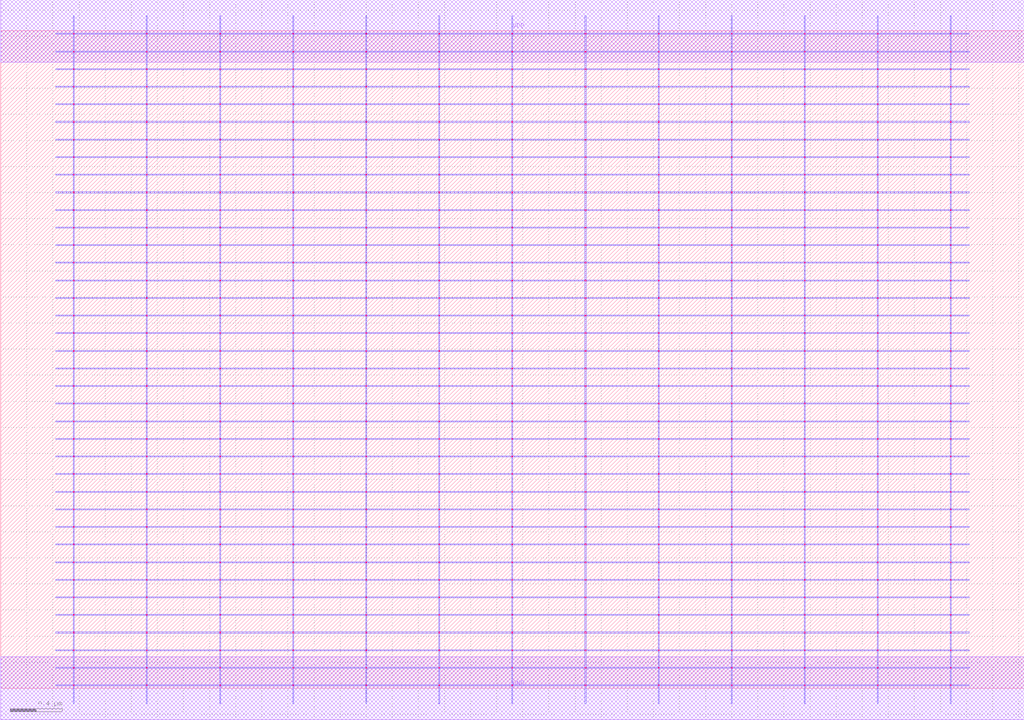
<source format=lef>
MACRO AAOI222
 CLASS CORE ;
 FOREIGN AAOI222 0 0 ;
 SIZE 7.84 BY 5.04 ;
 ORIGIN 0 0 ;
 SYMMETRY X Y R90 ;
 SITE unit ;
  PIN VDD
   DIRECTION INOUT ;
   USE POWER ;
   SHAPE ABUTMENT ;
    PORT
     CLASS CORE ;
       LAYER met1 ;
        RECT 0.00000000 4.80000000 7.84000000 5.28000000 ;
    END
  END VDD

  PIN GND
   DIRECTION INOUT ;
   USE POWER ;
   SHAPE ABUTMENT ;
    PORT
     CLASS CORE ;
       LAYER met1 ;
        RECT 0.00000000 -0.24000000 7.84000000 0.24000000 ;
    END
  END GND

 OBS
    LAYER polycont ;
     RECT 1.11600000 2.58300000 1.12400000 2.59100000 ;
     RECT 2.23600000 2.58300000 2.24400000 2.59100000 ;
     RECT 3.35600000 2.58300000 3.36400000 2.59100000 ;
     RECT 4.47600000 2.58300000 4.48400000 2.59100000 ;
     RECT 5.59600000 2.58300000 5.60400000 2.59100000 ;
     RECT 6.71600000 2.58300000 6.72400000 2.59100000 ;
     RECT 1.11600000 2.98800000 1.12400000 2.99600000 ;
     RECT 2.23600000 2.98800000 2.24400000 2.99600000 ;
     RECT 3.35600000 2.98800000 3.36400000 2.99600000 ;
     RECT 4.47600000 2.98800000 4.48400000 2.99600000 ;
     RECT 5.59600000 2.98800000 5.60400000 2.99600000 ;
     RECT 6.71600000 2.98800000 6.72400000 2.99600000 ;

    LAYER pdiffc ;
     RECT 0.55600000 3.39300000 0.56400000 3.40100000 ;
     RECT 1.67600000 3.39300000 1.68400000 3.40100000 ;
     RECT 2.79600000 3.39300000 2.80400000 3.40100000 ;
     RECT 3.91600000 3.39300000 3.92400000 3.40100000 ;
     RECT 5.03600000 3.39300000 5.04400000 3.40100000 ;
     RECT 6.15600000 3.39300000 6.16400000 3.40100000 ;
     RECT 7.27600000 3.39300000 7.28400000 3.40100000 ;
     RECT 0.55600000 3.52800000 0.56400000 3.53600000 ;
     RECT 1.67600000 3.52800000 1.68400000 3.53600000 ;
     RECT 2.79600000 3.52800000 2.80400000 3.53600000 ;
     RECT 3.91600000 3.52800000 3.92400000 3.53600000 ;
     RECT 5.03600000 3.52800000 5.04400000 3.53600000 ;
     RECT 6.15600000 3.52800000 6.16400000 3.53600000 ;
     RECT 7.27600000 3.52800000 7.28400000 3.53600000 ;
     RECT 0.55600000 3.66300000 0.56400000 3.67100000 ;
     RECT 1.67600000 3.66300000 1.68400000 3.67100000 ;
     RECT 2.79600000 3.66300000 2.80400000 3.67100000 ;
     RECT 3.91600000 3.66300000 3.92400000 3.67100000 ;
     RECT 5.03600000 3.66300000 5.04400000 3.67100000 ;
     RECT 6.15600000 3.66300000 6.16400000 3.67100000 ;
     RECT 7.27600000 3.66300000 7.28400000 3.67100000 ;
     RECT 0.55600000 3.79800000 0.56400000 3.80600000 ;
     RECT 1.67600000 3.79800000 1.68400000 3.80600000 ;
     RECT 2.79600000 3.79800000 2.80400000 3.80600000 ;
     RECT 3.91600000 3.79800000 3.92400000 3.80600000 ;
     RECT 5.03600000 3.79800000 5.04400000 3.80600000 ;
     RECT 6.15600000 3.79800000 6.16400000 3.80600000 ;
     RECT 7.27600000 3.79800000 7.28400000 3.80600000 ;
     RECT 0.55600000 3.93300000 0.56400000 3.94100000 ;
     RECT 1.67600000 3.93300000 1.68400000 3.94100000 ;
     RECT 2.79600000 3.93300000 2.80400000 3.94100000 ;
     RECT 3.91600000 3.93300000 3.92400000 3.94100000 ;
     RECT 5.03600000 3.93300000 5.04400000 3.94100000 ;
     RECT 6.15600000 3.93300000 6.16400000 3.94100000 ;
     RECT 7.27600000 3.93300000 7.28400000 3.94100000 ;
     RECT 0.55600000 4.06800000 0.56400000 4.07600000 ;
     RECT 1.67600000 4.06800000 1.68400000 4.07600000 ;
     RECT 2.79600000 4.06800000 2.80400000 4.07600000 ;
     RECT 3.91600000 4.06800000 3.92400000 4.07600000 ;
     RECT 5.03600000 4.06800000 5.04400000 4.07600000 ;
     RECT 6.15600000 4.06800000 6.16400000 4.07600000 ;
     RECT 7.27600000 4.06800000 7.28400000 4.07600000 ;
     RECT 0.55600000 4.20300000 0.56400000 4.21100000 ;
     RECT 1.67600000 4.20300000 1.68400000 4.21100000 ;
     RECT 2.79600000 4.20300000 2.80400000 4.21100000 ;
     RECT 3.91600000 4.20300000 3.92400000 4.21100000 ;
     RECT 5.03600000 4.20300000 5.04400000 4.21100000 ;
     RECT 6.15600000 4.20300000 6.16400000 4.21100000 ;
     RECT 7.27600000 4.20300000 7.28400000 4.21100000 ;
     RECT 0.55600000 4.33800000 0.56400000 4.34600000 ;
     RECT 1.67600000 4.33800000 1.68400000 4.34600000 ;
     RECT 2.79600000 4.33800000 2.80400000 4.34600000 ;
     RECT 3.91600000 4.33800000 3.92400000 4.34600000 ;
     RECT 5.03600000 4.33800000 5.04400000 4.34600000 ;
     RECT 6.15600000 4.33800000 6.16400000 4.34600000 ;
     RECT 7.27600000 4.33800000 7.28400000 4.34600000 ;
     RECT 0.55600000 4.47300000 0.56400000 4.48100000 ;
     RECT 1.67600000 4.47300000 1.68400000 4.48100000 ;
     RECT 2.79600000 4.47300000 2.80400000 4.48100000 ;
     RECT 3.91600000 4.47300000 3.92400000 4.48100000 ;
     RECT 5.03600000 4.47300000 5.04400000 4.48100000 ;
     RECT 6.15600000 4.47300000 6.16400000 4.48100000 ;
     RECT 7.27600000 4.47300000 7.28400000 4.48100000 ;
     RECT 0.55600000 4.60800000 0.56400000 4.61600000 ;
     RECT 1.67600000 4.60800000 1.68400000 4.61600000 ;
     RECT 2.79600000 4.60800000 2.80400000 4.61600000 ;
     RECT 3.91600000 4.60800000 3.92400000 4.61600000 ;
     RECT 5.03600000 4.60800000 5.04400000 4.61600000 ;
     RECT 6.15600000 4.60800000 6.16400000 4.61600000 ;
     RECT 7.27600000 4.60800000 7.28400000 4.61600000 ;

    LAYER ndiffc ;
     RECT 0.55600000 0.42300000 0.56400000 0.43100000 ;
     RECT 1.67600000 0.42300000 1.68400000 0.43100000 ;
     RECT 2.79600000 0.42300000 2.80400000 0.43100000 ;
     RECT 3.91600000 0.42300000 3.92400000 0.43100000 ;
     RECT 5.03600000 0.42300000 5.04400000 0.43100000 ;
     RECT 6.15600000 0.42300000 6.16400000 0.43100000 ;
     RECT 7.27600000 0.42300000 7.28400000 0.43100000 ;
     RECT 0.55600000 0.55800000 0.56400000 0.56600000 ;
     RECT 1.67600000 0.55800000 1.68400000 0.56600000 ;
     RECT 2.79600000 0.55800000 2.80400000 0.56600000 ;
     RECT 3.91600000 0.55800000 3.92400000 0.56600000 ;
     RECT 5.03600000 0.55800000 5.04400000 0.56600000 ;
     RECT 6.15600000 0.55800000 6.16400000 0.56600000 ;
     RECT 7.27600000 0.55800000 7.28400000 0.56600000 ;
     RECT 0.55600000 0.69300000 0.56400000 0.70100000 ;
     RECT 1.67600000 0.69300000 1.68400000 0.70100000 ;
     RECT 2.79600000 0.69300000 2.80400000 0.70100000 ;
     RECT 3.91600000 0.69300000 3.92400000 0.70100000 ;
     RECT 5.03600000 0.69300000 5.04400000 0.70100000 ;
     RECT 6.15600000 0.69300000 6.16400000 0.70100000 ;
     RECT 7.27600000 0.69300000 7.28400000 0.70100000 ;
     RECT 0.55600000 0.82800000 0.56400000 0.83600000 ;
     RECT 1.67600000 0.82800000 1.68400000 0.83600000 ;
     RECT 2.79600000 0.82800000 2.80400000 0.83600000 ;
     RECT 3.91600000 0.82800000 3.92400000 0.83600000 ;
     RECT 5.03600000 0.82800000 5.04400000 0.83600000 ;
     RECT 6.15600000 0.82800000 6.16400000 0.83600000 ;
     RECT 7.27600000 0.82800000 7.28400000 0.83600000 ;
     RECT 0.55600000 0.96300000 0.56400000 0.97100000 ;
     RECT 1.67600000 0.96300000 1.68400000 0.97100000 ;
     RECT 2.79600000 0.96300000 2.80400000 0.97100000 ;
     RECT 3.91600000 0.96300000 3.92400000 0.97100000 ;
     RECT 5.03600000 0.96300000 5.04400000 0.97100000 ;
     RECT 6.15600000 0.96300000 6.16400000 0.97100000 ;
     RECT 7.27600000 0.96300000 7.28400000 0.97100000 ;
     RECT 0.55600000 1.09800000 0.56400000 1.10600000 ;
     RECT 1.67600000 1.09800000 1.68400000 1.10600000 ;
     RECT 2.79600000 1.09800000 2.80400000 1.10600000 ;
     RECT 3.91600000 1.09800000 3.92400000 1.10600000 ;
     RECT 5.03600000 1.09800000 5.04400000 1.10600000 ;
     RECT 6.15600000 1.09800000 6.16400000 1.10600000 ;
     RECT 7.27600000 1.09800000 7.28400000 1.10600000 ;
     RECT 0.55600000 1.23300000 0.56400000 1.24100000 ;
     RECT 1.67600000 1.23300000 1.68400000 1.24100000 ;
     RECT 2.79600000 1.23300000 2.80400000 1.24100000 ;
     RECT 3.91600000 1.23300000 3.92400000 1.24100000 ;
     RECT 5.03600000 1.23300000 5.04400000 1.24100000 ;
     RECT 6.15600000 1.23300000 6.16400000 1.24100000 ;
     RECT 7.27600000 1.23300000 7.28400000 1.24100000 ;
     RECT 0.55600000 1.36800000 0.56400000 1.37600000 ;
     RECT 1.67600000 1.36800000 1.68400000 1.37600000 ;
     RECT 2.79600000 1.36800000 2.80400000 1.37600000 ;
     RECT 3.91600000 1.36800000 3.92400000 1.37600000 ;
     RECT 5.03600000 1.36800000 5.04400000 1.37600000 ;
     RECT 6.15600000 1.36800000 6.16400000 1.37600000 ;
     RECT 7.27600000 1.36800000 7.28400000 1.37600000 ;
     RECT 0.55600000 1.50300000 0.56400000 1.51100000 ;
     RECT 1.67600000 1.50300000 1.68400000 1.51100000 ;
     RECT 2.79600000 1.50300000 2.80400000 1.51100000 ;
     RECT 3.91600000 1.50300000 3.92400000 1.51100000 ;
     RECT 5.03600000 1.50300000 5.04400000 1.51100000 ;
     RECT 6.15600000 1.50300000 6.16400000 1.51100000 ;
     RECT 7.27600000 1.50300000 7.28400000 1.51100000 ;
     RECT 0.55600000 1.63800000 0.56400000 1.64600000 ;
     RECT 1.67600000 1.63800000 1.68400000 1.64600000 ;
     RECT 2.79600000 1.63800000 2.80400000 1.64600000 ;
     RECT 3.91600000 1.63800000 3.92400000 1.64600000 ;
     RECT 5.03600000 1.63800000 5.04400000 1.64600000 ;
     RECT 6.15600000 1.63800000 6.16400000 1.64600000 ;
     RECT 7.27600000 1.63800000 7.28400000 1.64600000 ;
     RECT 0.55600000 1.77300000 0.56400000 1.78100000 ;
     RECT 1.67600000 1.77300000 1.68400000 1.78100000 ;
     RECT 2.79600000 1.77300000 2.80400000 1.78100000 ;
     RECT 3.91600000 1.77300000 3.92400000 1.78100000 ;
     RECT 5.03600000 1.77300000 5.04400000 1.78100000 ;
     RECT 6.15600000 1.77300000 6.16400000 1.78100000 ;
     RECT 7.27600000 1.77300000 7.28400000 1.78100000 ;
     RECT 0.55600000 1.90800000 0.56400000 1.91600000 ;
     RECT 1.67600000 1.90800000 1.68400000 1.91600000 ;
     RECT 2.79600000 1.90800000 2.80400000 1.91600000 ;
     RECT 3.91600000 1.90800000 3.92400000 1.91600000 ;
     RECT 5.03600000 1.90800000 5.04400000 1.91600000 ;
     RECT 6.15600000 1.90800000 6.16400000 1.91600000 ;
     RECT 7.27600000 1.90800000 7.28400000 1.91600000 ;
     RECT 0.55600000 2.04300000 0.56400000 2.05100000 ;
     RECT 1.67600000 2.04300000 1.68400000 2.05100000 ;
     RECT 2.79600000 2.04300000 2.80400000 2.05100000 ;
     RECT 3.91600000 2.04300000 3.92400000 2.05100000 ;
     RECT 5.03600000 2.04300000 5.04400000 2.05100000 ;
     RECT 6.15600000 2.04300000 6.16400000 2.05100000 ;
     RECT 7.27600000 2.04300000 7.28400000 2.05100000 ;

    LAYER met1 ;
     RECT 0.00000000 -0.24000000 7.84000000 0.24000000 ;
     RECT 3.91600000 0.24000000 3.92400000 0.28800000 ;
     RECT 0.44500000 0.28800000 7.39500000 0.29600000 ;
     RECT 3.91600000 0.29600000 3.92400000 0.42300000 ;
     RECT 0.44500000 0.42300000 7.39500000 0.43100000 ;
     RECT 3.91600000 0.43100000 3.92400000 0.55800000 ;
     RECT 0.44500000 0.55800000 7.39500000 0.56600000 ;
     RECT 3.91600000 0.56600000 3.92400000 0.69300000 ;
     RECT 0.44500000 0.69300000 7.39500000 0.70100000 ;
     RECT 3.91600000 0.70100000 3.92400000 0.82800000 ;
     RECT 0.44500000 0.82800000 7.39500000 0.83600000 ;
     RECT 3.91600000 0.83600000 3.92400000 0.96300000 ;
     RECT 0.44500000 0.96300000 7.39500000 0.97100000 ;
     RECT 3.91600000 0.97100000 3.92400000 1.09800000 ;
     RECT 0.44500000 1.09800000 7.39500000 1.10600000 ;
     RECT 3.91600000 1.10600000 3.92400000 1.23300000 ;
     RECT 0.44500000 1.23300000 7.39500000 1.24100000 ;
     RECT 3.91600000 1.24100000 3.92400000 1.36800000 ;
     RECT 0.44500000 1.36800000 7.39500000 1.37600000 ;
     RECT 3.91600000 1.37600000 3.92400000 1.50300000 ;
     RECT 0.44500000 1.50300000 7.39500000 1.51100000 ;
     RECT 3.91600000 1.51100000 3.92400000 1.63800000 ;
     RECT 0.44500000 1.63800000 7.39500000 1.64600000 ;
     RECT 3.91600000 1.64600000 3.92400000 1.77300000 ;
     RECT 0.44500000 1.77300000 7.39500000 1.78100000 ;
     RECT 3.91600000 1.78100000 3.92400000 1.90800000 ;
     RECT 0.44500000 1.90800000 7.39500000 1.91600000 ;
     RECT 3.91600000 1.91600000 3.92400000 2.04300000 ;
     RECT 0.44500000 2.04300000 7.39500000 2.05100000 ;
     RECT 3.91600000 2.05100000 3.92400000 2.17800000 ;
     RECT 0.44500000 2.17800000 7.39500000 2.18600000 ;
     RECT 3.91600000 2.18600000 3.92400000 2.31300000 ;
     RECT 0.44500000 2.31300000 7.39500000 2.32100000 ;
     RECT 3.91600000 2.32100000 3.92400000 2.44800000 ;
     RECT 0.44500000 2.44800000 7.39500000 2.45600000 ;
     RECT 0.55600000 2.45600000 0.56400000 2.58300000 ;
     RECT 1.11600000 2.45600000 1.12400000 2.58300000 ;
     RECT 1.67600000 2.45600000 1.68400000 2.58300000 ;
     RECT 2.23600000 2.45600000 2.24400000 2.58300000 ;
     RECT 2.79600000 2.45600000 2.80400000 2.58300000 ;
     RECT 3.35600000 2.45600000 3.36400000 2.58300000 ;
     RECT 3.91600000 2.45600000 3.92400000 2.58300000 ;
     RECT 4.47600000 2.45600000 4.48400000 2.58300000 ;
     RECT 5.03600000 2.45600000 5.04400000 2.58300000 ;
     RECT 5.59600000 2.45600000 5.60400000 2.58300000 ;
     RECT 6.15600000 2.45600000 6.16400000 2.58300000 ;
     RECT 6.71600000 2.45600000 6.72400000 2.58300000 ;
     RECT 7.27600000 2.45600000 7.28400000 2.58300000 ;
     RECT 0.44500000 2.58300000 7.39500000 2.59100000 ;
     RECT 3.91600000 2.59100000 3.92400000 2.71800000 ;
     RECT 0.44500000 2.71800000 7.39500000 2.72600000 ;
     RECT 3.91600000 2.72600000 3.92400000 2.85300000 ;
     RECT 0.44500000 2.85300000 7.39500000 2.86100000 ;
     RECT 3.91600000 2.86100000 3.92400000 2.98800000 ;
     RECT 0.44500000 2.98800000 7.39500000 2.99600000 ;
     RECT 3.91600000 2.99600000 3.92400000 3.12300000 ;
     RECT 0.44500000 3.12300000 7.39500000 3.13100000 ;
     RECT 3.91600000 3.13100000 3.92400000 3.25800000 ;
     RECT 0.44500000 3.25800000 7.39500000 3.26600000 ;
     RECT 3.91600000 3.26600000 3.92400000 3.39300000 ;
     RECT 0.44500000 3.39300000 7.39500000 3.40100000 ;
     RECT 3.91600000 3.40100000 3.92400000 3.52800000 ;
     RECT 0.44500000 3.52800000 7.39500000 3.53600000 ;
     RECT 3.91600000 3.53600000 3.92400000 3.66300000 ;
     RECT 0.44500000 3.66300000 7.39500000 3.67100000 ;
     RECT 3.91600000 3.67100000 3.92400000 3.79800000 ;
     RECT 0.44500000 3.79800000 7.39500000 3.80600000 ;
     RECT 3.91600000 3.80600000 3.92400000 3.93300000 ;
     RECT 0.44500000 3.93300000 7.39500000 3.94100000 ;
     RECT 3.91600000 3.94100000 3.92400000 4.06800000 ;
     RECT 0.44500000 4.06800000 7.39500000 4.07600000 ;
     RECT 3.91600000 4.07600000 3.92400000 4.20300000 ;
     RECT 0.44500000 4.20300000 7.39500000 4.21100000 ;
     RECT 3.91600000 4.21100000 3.92400000 4.33800000 ;
     RECT 0.44500000 4.33800000 7.39500000 4.34600000 ;
     RECT 3.91600000 4.34600000 3.92400000 4.47300000 ;
     RECT 0.44500000 4.47300000 7.39500000 4.48100000 ;
     RECT 3.91600000 4.48100000 3.92400000 4.60800000 ;
     RECT 0.44500000 4.60800000 7.39500000 4.61600000 ;
     RECT 3.91600000 4.61600000 3.92400000 4.74300000 ;
     RECT 0.44500000 4.74300000 7.39500000 4.75100000 ;
     RECT 3.91600000 4.75100000 3.92400000 4.80000000 ;
     RECT 0.00000000 4.80000000 7.84000000 5.28000000 ;
     RECT 4.47600000 3.80600000 4.48400000 3.93300000 ;
     RECT 5.03600000 3.80600000 5.04400000 3.93300000 ;
     RECT 5.59600000 3.80600000 5.60400000 3.93300000 ;
     RECT 6.15600000 3.80600000 6.16400000 3.93300000 ;
     RECT 6.71600000 3.80600000 6.72400000 3.93300000 ;
     RECT 7.27600000 3.80600000 7.28400000 3.93300000 ;
     RECT 6.15600000 3.94100000 6.16400000 4.06800000 ;
     RECT 6.71600000 3.94100000 6.72400000 4.06800000 ;
     RECT 7.27600000 3.94100000 7.28400000 4.06800000 ;
     RECT 6.15600000 4.07600000 6.16400000 4.20300000 ;
     RECT 6.71600000 4.07600000 6.72400000 4.20300000 ;
     RECT 7.27600000 4.07600000 7.28400000 4.20300000 ;
     RECT 6.15600000 4.21100000 6.16400000 4.33800000 ;
     RECT 6.71600000 4.21100000 6.72400000 4.33800000 ;
     RECT 7.27600000 4.21100000 7.28400000 4.33800000 ;
     RECT 6.15600000 4.34600000 6.16400000 4.47300000 ;
     RECT 6.71600000 4.34600000 6.72400000 4.47300000 ;
     RECT 7.27600000 4.34600000 7.28400000 4.47300000 ;
     RECT 6.15600000 4.48100000 6.16400000 4.60800000 ;
     RECT 6.71600000 4.48100000 6.72400000 4.60800000 ;
     RECT 7.27600000 4.48100000 7.28400000 4.60800000 ;
     RECT 6.15600000 4.61600000 6.16400000 4.74300000 ;
     RECT 6.71600000 4.61600000 6.72400000 4.74300000 ;
     RECT 7.27600000 4.61600000 7.28400000 4.74300000 ;
     RECT 6.15600000 4.75100000 6.16400000 4.80000000 ;
     RECT 6.71600000 4.75100000 6.72400000 4.80000000 ;
     RECT 7.27600000 4.75100000 7.28400000 4.80000000 ;
     RECT 4.47600000 3.94100000 4.48400000 4.06800000 ;
     RECT 5.03600000 3.94100000 5.04400000 4.06800000 ;
     RECT 5.59600000 3.94100000 5.60400000 4.06800000 ;
     RECT 4.47600000 4.48100000 4.48400000 4.60800000 ;
     RECT 5.03600000 4.48100000 5.04400000 4.60800000 ;
     RECT 5.59600000 4.48100000 5.60400000 4.60800000 ;
     RECT 4.47600000 4.21100000 4.48400000 4.33800000 ;
     RECT 5.03600000 4.21100000 5.04400000 4.33800000 ;
     RECT 5.59600000 4.21100000 5.60400000 4.33800000 ;
     RECT 4.47600000 4.61600000 4.48400000 4.74300000 ;
     RECT 5.03600000 4.61600000 5.04400000 4.74300000 ;
     RECT 5.59600000 4.61600000 5.60400000 4.74300000 ;
     RECT 4.47600000 4.07600000 4.48400000 4.20300000 ;
     RECT 5.03600000 4.07600000 5.04400000 4.20300000 ;
     RECT 5.59600000 4.07600000 5.60400000 4.20300000 ;
     RECT 4.47600000 4.75100000 4.48400000 4.80000000 ;
     RECT 5.03600000 4.75100000 5.04400000 4.80000000 ;
     RECT 5.59600000 4.75100000 5.60400000 4.80000000 ;
     RECT 4.47600000 4.34600000 4.48400000 4.47300000 ;
     RECT 5.03600000 4.34600000 5.04400000 4.47300000 ;
     RECT 5.59600000 4.34600000 5.60400000 4.47300000 ;
     RECT 5.03600000 3.26600000 5.04400000 3.39300000 ;
     RECT 5.59600000 2.86100000 5.60400000 2.98800000 ;
     RECT 5.59600000 3.26600000 5.60400000 3.39300000 ;
     RECT 5.59600000 2.72600000 5.60400000 2.85300000 ;
     RECT 4.47600000 3.40100000 4.48400000 3.52800000 ;
     RECT 5.59600000 2.99600000 5.60400000 3.12300000 ;
     RECT 5.03600000 3.40100000 5.04400000 3.52800000 ;
     RECT 5.59600000 3.40100000 5.60400000 3.52800000 ;
     RECT 4.47600000 3.53600000 4.48400000 3.66300000 ;
     RECT 5.03600000 3.53600000 5.04400000 3.66300000 ;
     RECT 5.59600000 3.53600000 5.60400000 3.66300000 ;
     RECT 5.59600000 2.59100000 5.60400000 2.71800000 ;
     RECT 4.47600000 3.67100000 4.48400000 3.79800000 ;
     RECT 5.03600000 3.67100000 5.04400000 3.79800000 ;
     RECT 5.59600000 3.67100000 5.60400000 3.79800000 ;
     RECT 4.47600000 2.86100000 4.48400000 2.98800000 ;
     RECT 5.03600000 2.86100000 5.04400000 2.98800000 ;
     RECT 5.03600000 3.13100000 5.04400000 3.25800000 ;
     RECT 4.47600000 2.59100000 4.48400000 2.71800000 ;
     RECT 5.03600000 2.59100000 5.04400000 2.71800000 ;
     RECT 5.59600000 3.13100000 5.60400000 3.25800000 ;
     RECT 4.47600000 2.72600000 4.48400000 2.85300000 ;
     RECT 5.03600000 2.72600000 5.04400000 2.85300000 ;
     RECT 4.47600000 2.99600000 4.48400000 3.12300000 ;
     RECT 5.03600000 2.99600000 5.04400000 3.12300000 ;
     RECT 4.47600000 3.26600000 4.48400000 3.39300000 ;
     RECT 4.47600000 3.13100000 4.48400000 3.25800000 ;
     RECT 6.15600000 3.13100000 6.16400000 3.25800000 ;
     RECT 6.71600000 3.13100000 6.72400000 3.25800000 ;
     RECT 6.71600000 2.86100000 6.72400000 2.98800000 ;
     RECT 6.15600000 2.99600000 6.16400000 3.12300000 ;
     RECT 7.27600000 2.86100000 7.28400000 2.98800000 ;
     RECT 6.15600000 3.26600000 6.16400000 3.39300000 ;
     RECT 6.15600000 3.67100000 6.16400000 3.79800000 ;
     RECT 6.71600000 3.67100000 6.72400000 3.79800000 ;
     RECT 7.27600000 3.67100000 7.28400000 3.79800000 ;
     RECT 6.15600000 3.40100000 6.16400000 3.52800000 ;
     RECT 6.71600000 2.99600000 6.72400000 3.12300000 ;
     RECT 7.27600000 2.99600000 7.28400000 3.12300000 ;
     RECT 6.71600000 3.40100000 6.72400000 3.52800000 ;
     RECT 6.71600000 2.59100000 6.72400000 2.71800000 ;
     RECT 7.27600000 2.59100000 7.28400000 2.71800000 ;
     RECT 7.27600000 3.40100000 7.28400000 3.52800000 ;
     RECT 6.71600000 2.72600000 6.72400000 2.85300000 ;
     RECT 7.27600000 2.72600000 7.28400000 2.85300000 ;
     RECT 6.71600000 3.26600000 6.72400000 3.39300000 ;
     RECT 7.27600000 3.26600000 7.28400000 3.39300000 ;
     RECT 7.27600000 3.13100000 7.28400000 3.25800000 ;
     RECT 6.15600000 3.53600000 6.16400000 3.66300000 ;
     RECT 6.15600000 2.86100000 6.16400000 2.98800000 ;
     RECT 6.71600000 3.53600000 6.72400000 3.66300000 ;
     RECT 7.27600000 3.53600000 7.28400000 3.66300000 ;
     RECT 6.15600000 2.72600000 6.16400000 2.85300000 ;
     RECT 6.15600000 2.59100000 6.16400000 2.71800000 ;
     RECT 0.55600000 3.80600000 0.56400000 3.93300000 ;
     RECT 1.11600000 3.80600000 1.12400000 3.93300000 ;
     RECT 1.67600000 3.80600000 1.68400000 3.93300000 ;
     RECT 2.23600000 3.80600000 2.24400000 3.93300000 ;
     RECT 2.79600000 3.80600000 2.80400000 3.93300000 ;
     RECT 3.35600000 3.80600000 3.36400000 3.93300000 ;
     RECT 2.23600000 4.21100000 2.24400000 4.33800000 ;
     RECT 2.79600000 4.21100000 2.80400000 4.33800000 ;
     RECT 3.35600000 4.21100000 3.36400000 4.33800000 ;
     RECT 2.23600000 4.34600000 2.24400000 4.47300000 ;
     RECT 2.79600000 4.34600000 2.80400000 4.47300000 ;
     RECT 3.35600000 4.34600000 3.36400000 4.47300000 ;
     RECT 2.23600000 4.48100000 2.24400000 4.60800000 ;
     RECT 2.79600000 4.48100000 2.80400000 4.60800000 ;
     RECT 3.35600000 4.48100000 3.36400000 4.60800000 ;
     RECT 2.23600000 4.61600000 2.24400000 4.74300000 ;
     RECT 2.79600000 4.61600000 2.80400000 4.74300000 ;
     RECT 3.35600000 4.61600000 3.36400000 4.74300000 ;
     RECT 2.23600000 3.94100000 2.24400000 4.06800000 ;
     RECT 2.79600000 3.94100000 2.80400000 4.06800000 ;
     RECT 2.23600000 4.75100000 2.24400000 4.80000000 ;
     RECT 2.79600000 4.75100000 2.80400000 4.80000000 ;
     RECT 3.35600000 4.75100000 3.36400000 4.80000000 ;
     RECT 3.35600000 3.94100000 3.36400000 4.06800000 ;
     RECT 2.23600000 4.07600000 2.24400000 4.20300000 ;
     RECT 2.79600000 4.07600000 2.80400000 4.20300000 ;
     RECT 3.35600000 4.07600000 3.36400000 4.20300000 ;
     RECT 0.55600000 4.21100000 0.56400000 4.33800000 ;
     RECT 1.11600000 4.21100000 1.12400000 4.33800000 ;
     RECT 1.67600000 4.21100000 1.68400000 4.33800000 ;
     RECT 0.55600000 4.61600000 0.56400000 4.74300000 ;
     RECT 1.11600000 4.61600000 1.12400000 4.74300000 ;
     RECT 1.67600000 4.61600000 1.68400000 4.74300000 ;
     RECT 0.55600000 4.07600000 0.56400000 4.20300000 ;
     RECT 1.11600000 4.07600000 1.12400000 4.20300000 ;
     RECT 1.67600000 4.07600000 1.68400000 4.20300000 ;
     RECT 0.55600000 4.34600000 0.56400000 4.47300000 ;
     RECT 1.11600000 4.34600000 1.12400000 4.47300000 ;
     RECT 0.55600000 4.75100000 0.56400000 4.80000000 ;
     RECT 1.11600000 4.75100000 1.12400000 4.80000000 ;
     RECT 1.67600000 4.75100000 1.68400000 4.80000000 ;
     RECT 1.67600000 4.34600000 1.68400000 4.47300000 ;
     RECT 0.55600000 3.94100000 0.56400000 4.06800000 ;
     RECT 1.11600000 3.94100000 1.12400000 4.06800000 ;
     RECT 1.67600000 3.94100000 1.68400000 4.06800000 ;
     RECT 0.55600000 4.48100000 0.56400000 4.60800000 ;
     RECT 1.11600000 4.48100000 1.12400000 4.60800000 ;
     RECT 1.67600000 4.48100000 1.68400000 4.60800000 ;
     RECT 1.67600000 3.40100000 1.68400000 3.52800000 ;
     RECT 0.55600000 3.67100000 0.56400000 3.79800000 ;
     RECT 1.11600000 3.67100000 1.12400000 3.79800000 ;
     RECT 1.67600000 3.67100000 1.68400000 3.79800000 ;
     RECT 1.67600000 2.72600000 1.68400000 2.85300000 ;
     RECT 1.67600000 2.86100000 1.68400000 2.98800000 ;
     RECT 0.55600000 3.53600000 0.56400000 3.66300000 ;
     RECT 1.11600000 3.53600000 1.12400000 3.66300000 ;
     RECT 1.67600000 3.53600000 1.68400000 3.66300000 ;
     RECT 0.55600000 2.59100000 0.56400000 2.71800000 ;
     RECT 1.11600000 2.59100000 1.12400000 2.71800000 ;
     RECT 1.67600000 2.59100000 1.68400000 2.71800000 ;
     RECT 0.55600000 3.26600000 0.56400000 3.39300000 ;
     RECT 1.11600000 3.26600000 1.12400000 3.39300000 ;
     RECT 0.55600000 2.72600000 0.56400000 2.85300000 ;
     RECT 1.11600000 2.72600000 1.12400000 2.85300000 ;
     RECT 0.55600000 2.86100000 0.56400000 2.98800000 ;
     RECT 1.11600000 2.86100000 1.12400000 2.98800000 ;
     RECT 0.55600000 3.13100000 0.56400000 3.25800000 ;
     RECT 1.11600000 3.13100000 1.12400000 3.25800000 ;
     RECT 1.67600000 3.13100000 1.68400000 3.25800000 ;
     RECT 0.55600000 2.99600000 0.56400000 3.12300000 ;
     RECT 1.11600000 2.99600000 1.12400000 3.12300000 ;
     RECT 1.67600000 2.99600000 1.68400000 3.12300000 ;
     RECT 0.55600000 3.40100000 0.56400000 3.52800000 ;
     RECT 1.11600000 3.40100000 1.12400000 3.52800000 ;
     RECT 1.67600000 3.26600000 1.68400000 3.39300000 ;
     RECT 3.35600000 3.40100000 3.36400000 3.52800000 ;
     RECT 2.23600000 3.13100000 2.24400000 3.25800000 ;
     RECT 2.79600000 3.13100000 2.80400000 3.25800000 ;
     RECT 3.35600000 3.13100000 3.36400000 3.25800000 ;
     RECT 2.79600000 2.86100000 2.80400000 2.98800000 ;
     RECT 2.79600000 2.72600000 2.80400000 2.85300000 ;
     RECT 3.35600000 2.72600000 3.36400000 2.85300000 ;
     RECT 3.35600000 2.86100000 3.36400000 2.98800000 ;
     RECT 2.23600000 2.59100000 2.24400000 2.71800000 ;
     RECT 2.23600000 3.53600000 2.24400000 3.66300000 ;
     RECT 2.79600000 3.53600000 2.80400000 3.66300000 ;
     RECT 3.35600000 3.53600000 3.36400000 3.66300000 ;
     RECT 2.79600000 2.99600000 2.80400000 3.12300000 ;
     RECT 3.35600000 2.99600000 3.36400000 3.12300000 ;
     RECT 3.35600000 2.59100000 3.36400000 2.71800000 ;
     RECT 2.79600000 2.59100000 2.80400000 2.71800000 ;
     RECT 2.23600000 2.99600000 2.24400000 3.12300000 ;
     RECT 2.23600000 2.86100000 2.24400000 2.98800000 ;
     RECT 2.23600000 3.67100000 2.24400000 3.79800000 ;
     RECT 2.79600000 3.67100000 2.80400000 3.79800000 ;
     RECT 3.35600000 3.67100000 3.36400000 3.79800000 ;
     RECT 2.23600000 3.40100000 2.24400000 3.52800000 ;
     RECT 2.23600000 2.72600000 2.24400000 2.85300000 ;
     RECT 2.79600000 3.40100000 2.80400000 3.52800000 ;
     RECT 2.23600000 3.26600000 2.24400000 3.39300000 ;
     RECT 2.79600000 3.26600000 2.80400000 3.39300000 ;
     RECT 3.35600000 3.26600000 3.36400000 3.39300000 ;
     RECT 0.55600000 1.10600000 0.56400000 1.23300000 ;
     RECT 1.11600000 1.10600000 1.12400000 1.23300000 ;
     RECT 1.67600000 1.10600000 1.68400000 1.23300000 ;
     RECT 2.23600000 1.10600000 2.24400000 1.23300000 ;
     RECT 2.79600000 1.10600000 2.80400000 1.23300000 ;
     RECT 3.35600000 1.10600000 3.36400000 1.23300000 ;
     RECT 2.23600000 1.78100000 2.24400000 1.90800000 ;
     RECT 2.79600000 1.78100000 2.80400000 1.90800000 ;
     RECT 3.35600000 1.78100000 3.36400000 1.90800000 ;
     RECT 2.23600000 1.91600000 2.24400000 2.04300000 ;
     RECT 2.79600000 1.91600000 2.80400000 2.04300000 ;
     RECT 3.35600000 1.91600000 3.36400000 2.04300000 ;
     RECT 2.23600000 2.05100000 2.24400000 2.17800000 ;
     RECT 2.79600000 2.05100000 2.80400000 2.17800000 ;
     RECT 3.35600000 2.05100000 3.36400000 2.17800000 ;
     RECT 2.23600000 2.18600000 2.24400000 2.31300000 ;
     RECT 2.79600000 2.18600000 2.80400000 2.31300000 ;
     RECT 3.35600000 2.18600000 3.36400000 2.31300000 ;
     RECT 2.23600000 2.32100000 2.24400000 2.44800000 ;
     RECT 2.79600000 2.32100000 2.80400000 2.44800000 ;
     RECT 3.35600000 2.32100000 3.36400000 2.44800000 ;
     RECT 2.23600000 1.51100000 2.24400000 1.63800000 ;
     RECT 2.79600000 1.51100000 2.80400000 1.63800000 ;
     RECT 3.35600000 1.51100000 3.36400000 1.63800000 ;
     RECT 2.23600000 1.64600000 2.24400000 1.77300000 ;
     RECT 2.79600000 1.64600000 2.80400000 1.77300000 ;
     RECT 3.35600000 1.64600000 3.36400000 1.77300000 ;
     RECT 2.23600000 1.24100000 2.24400000 1.36800000 ;
     RECT 2.79600000 1.24100000 2.80400000 1.36800000 ;
     RECT 3.35600000 1.24100000 3.36400000 1.36800000 ;
     RECT 2.23600000 1.37600000 2.24400000 1.50300000 ;
     RECT 2.79600000 1.37600000 2.80400000 1.50300000 ;
     RECT 3.35600000 1.37600000 3.36400000 1.50300000 ;
     RECT 1.11600000 1.91600000 1.12400000 2.04300000 ;
     RECT 0.55600000 2.32100000 0.56400000 2.44800000 ;
     RECT 1.11600000 2.32100000 1.12400000 2.44800000 ;
     RECT 1.67600000 2.32100000 1.68400000 2.44800000 ;
     RECT 1.67600000 1.91600000 1.68400000 2.04300000 ;
     RECT 1.11600000 1.64600000 1.12400000 1.77300000 ;
     RECT 0.55600000 1.78100000 0.56400000 1.90800000 ;
     RECT 1.11600000 1.78100000 1.12400000 1.90800000 ;
     RECT 0.55600000 2.05100000 0.56400000 2.17800000 ;
     RECT 1.11600000 2.05100000 1.12400000 2.17800000 ;
     RECT 1.67600000 2.05100000 1.68400000 2.17800000 ;
     RECT 1.67600000 1.78100000 1.68400000 1.90800000 ;
     RECT 1.67600000 1.64600000 1.68400000 1.77300000 ;
     RECT 0.55600000 1.24100000 0.56400000 1.36800000 ;
     RECT 1.11600000 1.24100000 1.12400000 1.36800000 ;
     RECT 1.67600000 1.24100000 1.68400000 1.36800000 ;
     RECT 1.67600000 1.51100000 1.68400000 1.63800000 ;
     RECT 0.55600000 2.18600000 0.56400000 2.31300000 ;
     RECT 1.11600000 2.18600000 1.12400000 2.31300000 ;
     RECT 0.55600000 1.37600000 0.56400000 1.50300000 ;
     RECT 1.11600000 1.37600000 1.12400000 1.50300000 ;
     RECT 1.67600000 1.37600000 1.68400000 1.50300000 ;
     RECT 1.67600000 2.18600000 1.68400000 2.31300000 ;
     RECT 0.55600000 1.64600000 0.56400000 1.77300000 ;
     RECT 0.55600000 1.91600000 0.56400000 2.04300000 ;
     RECT 0.55600000 1.51100000 0.56400000 1.63800000 ;
     RECT 1.11600000 1.51100000 1.12400000 1.63800000 ;
     RECT 1.11600000 0.24000000 1.12400000 0.28800000 ;
     RECT 0.55600000 0.56600000 0.56400000 0.69300000 ;
     RECT 0.55600000 0.70100000 0.56400000 0.82800000 ;
     RECT 1.67600000 0.24000000 1.68400000 0.28800000 ;
     RECT 1.11600000 0.70100000 1.12400000 0.82800000 ;
     RECT 1.67600000 0.70100000 1.68400000 0.82800000 ;
     RECT 0.55600000 0.29600000 0.56400000 0.42300000 ;
     RECT 1.11600000 0.29600000 1.12400000 0.42300000 ;
     RECT 0.55600000 0.83600000 0.56400000 0.96300000 ;
     RECT 1.11600000 0.83600000 1.12400000 0.96300000 ;
     RECT 0.55600000 0.43100000 0.56400000 0.55800000 ;
     RECT 1.11600000 0.43100000 1.12400000 0.55800000 ;
     RECT 1.67600000 0.83600000 1.68400000 0.96300000 ;
     RECT 1.67600000 0.29600000 1.68400000 0.42300000 ;
     RECT 0.55600000 0.97100000 0.56400000 1.09800000 ;
     RECT 1.11600000 0.97100000 1.12400000 1.09800000 ;
     RECT 1.67600000 0.97100000 1.68400000 1.09800000 ;
     RECT 1.11600000 0.56600000 1.12400000 0.69300000 ;
     RECT 1.67600000 0.43100000 1.68400000 0.55800000 ;
     RECT 1.67600000 0.56600000 1.68400000 0.69300000 ;
     RECT 0.55600000 0.24000000 0.56400000 0.28800000 ;
     RECT 2.79600000 0.43100000 2.80400000 0.55800000 ;
     RECT 2.23600000 0.83600000 2.24400000 0.96300000 ;
     RECT 2.23600000 0.24000000 2.24400000 0.28800000 ;
     RECT 2.79600000 0.83600000 2.80400000 0.96300000 ;
     RECT 3.35600000 0.83600000 3.36400000 0.96300000 ;
     RECT 3.35600000 0.43100000 3.36400000 0.55800000 ;
     RECT 2.23600000 0.29600000 2.24400000 0.42300000 ;
     RECT 2.79600000 0.24000000 2.80400000 0.28800000 ;
     RECT 2.23600000 0.70100000 2.24400000 0.82800000 ;
     RECT 2.79600000 0.70100000 2.80400000 0.82800000 ;
     RECT 2.23600000 0.97100000 2.24400000 1.09800000 ;
     RECT 2.79600000 0.97100000 2.80400000 1.09800000 ;
     RECT 3.35600000 0.97100000 3.36400000 1.09800000 ;
     RECT 2.79600000 0.29600000 2.80400000 0.42300000 ;
     RECT 3.35600000 0.29600000 3.36400000 0.42300000 ;
     RECT 3.35600000 0.70100000 3.36400000 0.82800000 ;
     RECT 2.23600000 0.56600000 2.24400000 0.69300000 ;
     RECT 3.35600000 0.24000000 3.36400000 0.28800000 ;
     RECT 2.23600000 0.43100000 2.24400000 0.55800000 ;
     RECT 2.79600000 0.56600000 2.80400000 0.69300000 ;
     RECT 3.35600000 0.56600000 3.36400000 0.69300000 ;
     RECT 5.03600000 1.10600000 5.04400000 1.23300000 ;
     RECT 5.59600000 1.10600000 5.60400000 1.23300000 ;
     RECT 6.15600000 1.10600000 6.16400000 1.23300000 ;
     RECT 6.71600000 1.10600000 6.72400000 1.23300000 ;
     RECT 7.27600000 1.10600000 7.28400000 1.23300000 ;
     RECT 4.47600000 1.10600000 4.48400000 1.23300000 ;
     RECT 6.71600000 1.91600000 6.72400000 2.04300000 ;
     RECT 7.27600000 1.91600000 7.28400000 2.04300000 ;
     RECT 6.15600000 2.05100000 6.16400000 2.17800000 ;
     RECT 6.71600000 2.05100000 6.72400000 2.17800000 ;
     RECT 7.27600000 2.05100000 7.28400000 2.17800000 ;
     RECT 6.15600000 1.24100000 6.16400000 1.36800000 ;
     RECT 6.71600000 1.24100000 6.72400000 1.36800000 ;
     RECT 7.27600000 1.24100000 7.28400000 1.36800000 ;
     RECT 6.15600000 2.18600000 6.16400000 2.31300000 ;
     RECT 6.71600000 2.18600000 6.72400000 2.31300000 ;
     RECT 7.27600000 2.18600000 7.28400000 2.31300000 ;
     RECT 6.15600000 2.32100000 6.16400000 2.44800000 ;
     RECT 6.71600000 2.32100000 6.72400000 2.44800000 ;
     RECT 7.27600000 2.32100000 7.28400000 2.44800000 ;
     RECT 6.15600000 1.37600000 6.16400000 1.50300000 ;
     RECT 6.71600000 1.37600000 6.72400000 1.50300000 ;
     RECT 7.27600000 1.37600000 7.28400000 1.50300000 ;
     RECT 6.15600000 1.51100000 6.16400000 1.63800000 ;
     RECT 6.71600000 1.51100000 6.72400000 1.63800000 ;
     RECT 7.27600000 1.51100000 7.28400000 1.63800000 ;
     RECT 6.15600000 1.64600000 6.16400000 1.77300000 ;
     RECT 6.71600000 1.64600000 6.72400000 1.77300000 ;
     RECT 7.27600000 1.64600000 7.28400000 1.77300000 ;
     RECT 6.15600000 1.78100000 6.16400000 1.90800000 ;
     RECT 6.71600000 1.78100000 6.72400000 1.90800000 ;
     RECT 7.27600000 1.78100000 7.28400000 1.90800000 ;
     RECT 6.15600000 1.91600000 6.16400000 2.04300000 ;
     RECT 5.59600000 2.32100000 5.60400000 2.44800000 ;
     RECT 4.47600000 1.24100000 4.48400000 1.36800000 ;
     RECT 5.03600000 1.24100000 5.04400000 1.36800000 ;
     RECT 5.59600000 1.24100000 5.60400000 1.36800000 ;
     RECT 5.59600000 1.37600000 5.60400000 1.50300000 ;
     RECT 4.47600000 2.05100000 4.48400000 2.17800000 ;
     RECT 5.03600000 2.05100000 5.04400000 2.17800000 ;
     RECT 5.59600000 2.05100000 5.60400000 2.17800000 ;
     RECT 4.47600000 1.51100000 4.48400000 1.63800000 ;
     RECT 5.03600000 1.51100000 5.04400000 1.63800000 ;
     RECT 5.59600000 1.51100000 5.60400000 1.63800000 ;
     RECT 4.47600000 2.18600000 4.48400000 2.31300000 ;
     RECT 5.03600000 2.18600000 5.04400000 2.31300000 ;
     RECT 5.59600000 2.18600000 5.60400000 2.31300000 ;
     RECT 4.47600000 1.64600000 4.48400000 1.77300000 ;
     RECT 5.03600000 1.64600000 5.04400000 1.77300000 ;
     RECT 5.59600000 1.64600000 5.60400000 1.77300000 ;
     RECT 4.47600000 1.91600000 4.48400000 2.04300000 ;
     RECT 5.03600000 1.91600000 5.04400000 2.04300000 ;
     RECT 5.59600000 1.91600000 5.60400000 2.04300000 ;
     RECT 4.47600000 1.78100000 4.48400000 1.90800000 ;
     RECT 5.03600000 1.78100000 5.04400000 1.90800000 ;
     RECT 5.59600000 1.78100000 5.60400000 1.90800000 ;
     RECT 4.47600000 1.37600000 4.48400000 1.50300000 ;
     RECT 5.03600000 1.37600000 5.04400000 1.50300000 ;
     RECT 4.47600000 2.32100000 4.48400000 2.44800000 ;
     RECT 5.03600000 2.32100000 5.04400000 2.44800000 ;
     RECT 5.59600000 0.97100000 5.60400000 1.09800000 ;
     RECT 5.59600000 0.24000000 5.60400000 0.28800000 ;
     RECT 5.59600000 0.83600000 5.60400000 0.96300000 ;
     RECT 4.47600000 0.56600000 4.48400000 0.69300000 ;
     RECT 5.03600000 0.56600000 5.04400000 0.69300000 ;
     RECT 4.47600000 0.83600000 4.48400000 0.96300000 ;
     RECT 5.03600000 0.83600000 5.04400000 0.96300000 ;
     RECT 4.47600000 0.24000000 4.48400000 0.28800000 ;
     RECT 5.03600000 0.24000000 5.04400000 0.28800000 ;
     RECT 4.47600000 0.29600000 4.48400000 0.42300000 ;
     RECT 5.03600000 0.29600000 5.04400000 0.42300000 ;
     RECT 4.47600000 0.43100000 4.48400000 0.55800000 ;
     RECT 5.03600000 0.43100000 5.04400000 0.55800000 ;
     RECT 5.59600000 0.70100000 5.60400000 0.82800000 ;
     RECT 5.59600000 0.29600000 5.60400000 0.42300000 ;
     RECT 4.47600000 0.70100000 4.48400000 0.82800000 ;
     RECT 5.03600000 0.70100000 5.04400000 0.82800000 ;
     RECT 5.59600000 0.56600000 5.60400000 0.69300000 ;
     RECT 4.47600000 0.97100000 4.48400000 1.09800000 ;
     RECT 5.59600000 0.43100000 5.60400000 0.55800000 ;
     RECT 5.03600000 0.97100000 5.04400000 1.09800000 ;
     RECT 7.27600000 0.29600000 7.28400000 0.42300000 ;
     RECT 6.71600000 0.43100000 6.72400000 0.55800000 ;
     RECT 6.15600000 0.24000000 6.16400000 0.28800000 ;
     RECT 7.27600000 0.43100000 7.28400000 0.55800000 ;
     RECT 6.71600000 0.97100000 6.72400000 1.09800000 ;
     RECT 7.27600000 0.97100000 7.28400000 1.09800000 ;
     RECT 6.15600000 0.70100000 6.16400000 0.82800000 ;
     RECT 6.71600000 0.70100000 6.72400000 0.82800000 ;
     RECT 7.27600000 0.70100000 7.28400000 0.82800000 ;
     RECT 6.15600000 0.29600000 6.16400000 0.42300000 ;
     RECT 6.71600000 0.29600000 6.72400000 0.42300000 ;
     RECT 6.15600000 0.56600000 6.16400000 0.69300000 ;
     RECT 6.71600000 0.56600000 6.72400000 0.69300000 ;
     RECT 7.27600000 0.56600000 7.28400000 0.69300000 ;
     RECT 6.15600000 0.83600000 6.16400000 0.96300000 ;
     RECT 6.71600000 0.83600000 6.72400000 0.96300000 ;
     RECT 7.27600000 0.83600000 7.28400000 0.96300000 ;
     RECT 6.15600000 0.97100000 6.16400000 1.09800000 ;
     RECT 6.71600000 0.24000000 6.72400000 0.28800000 ;
     RECT 6.15600000 0.43100000 6.16400000 0.55800000 ;
     RECT 7.27600000 0.24000000 7.28400000 0.28800000 ;

    LAYER via1 ;
     RECT 3.91600000 0.01800000 3.92400000 0.02600000 ;
     RECT 3.91600000 0.15300000 3.92400000 0.16100000 ;
     RECT 3.91600000 0.28800000 3.92400000 0.29600000 ;
     RECT 3.91600000 0.42300000 3.92400000 0.43100000 ;
     RECT 3.91600000 0.55800000 3.92400000 0.56600000 ;
     RECT 3.91600000 0.69300000 3.92400000 0.70100000 ;
     RECT 3.91600000 0.82800000 3.92400000 0.83600000 ;
     RECT 3.91600000 0.96300000 3.92400000 0.97100000 ;
     RECT 3.91600000 1.09800000 3.92400000 1.10600000 ;
     RECT 3.91600000 1.23300000 3.92400000 1.24100000 ;
     RECT 3.91600000 1.36800000 3.92400000 1.37600000 ;
     RECT 3.91600000 1.50300000 3.92400000 1.51100000 ;
     RECT 3.91600000 1.63800000 3.92400000 1.64600000 ;
     RECT 3.91600000 1.77300000 3.92400000 1.78100000 ;
     RECT 3.91600000 1.90800000 3.92400000 1.91600000 ;
     RECT 3.91600000 2.04300000 3.92400000 2.05100000 ;
     RECT 3.91600000 2.17800000 3.92400000 2.18600000 ;
     RECT 3.91600000 2.31300000 3.92400000 2.32100000 ;
     RECT 3.91600000 2.44800000 3.92400000 2.45600000 ;
     RECT 3.91600000 2.58300000 3.92400000 2.59100000 ;
     RECT 3.91600000 2.71800000 3.92400000 2.72600000 ;
     RECT 3.91600000 2.85300000 3.92400000 2.86100000 ;
     RECT 3.91600000 2.98800000 3.92400000 2.99600000 ;
     RECT 3.91600000 3.12300000 3.92400000 3.13100000 ;
     RECT 3.91600000 3.25800000 3.92400000 3.26600000 ;
     RECT 3.91600000 3.39300000 3.92400000 3.40100000 ;
     RECT 3.91600000 3.52800000 3.92400000 3.53600000 ;
     RECT 3.91600000 3.66300000 3.92400000 3.67100000 ;
     RECT 3.91600000 3.79800000 3.92400000 3.80600000 ;
     RECT 3.91600000 3.93300000 3.92400000 3.94100000 ;
     RECT 3.91600000 4.06800000 3.92400000 4.07600000 ;
     RECT 3.91600000 4.20300000 3.92400000 4.21100000 ;
     RECT 3.91600000 4.33800000 3.92400000 4.34600000 ;
     RECT 3.91600000 4.47300000 3.92400000 4.48100000 ;
     RECT 3.91600000 4.60800000 3.92400000 4.61600000 ;
     RECT 3.91600000 4.74300000 3.92400000 4.75100000 ;
     RECT 3.91600000 4.87800000 3.92400000 4.88600000 ;
     RECT 3.91600000 5.01300000 3.92400000 5.02100000 ;
     RECT 5.59600000 2.58300000 5.60400000 2.59100000 ;
     RECT 5.59600000 2.98800000 5.60400000 2.99600000 ;
     RECT 5.59600000 3.12300000 5.60400000 3.13100000 ;
     RECT 5.59600000 3.25800000 5.60400000 3.26600000 ;
     RECT 5.59600000 3.39300000 5.60400000 3.40100000 ;
     RECT 5.59600000 3.52800000 5.60400000 3.53600000 ;
     RECT 5.59600000 3.66300000 5.60400000 3.67100000 ;
     RECT 5.59600000 3.79800000 5.60400000 3.80600000 ;
     RECT 5.59600000 2.71800000 5.60400000 2.72600000 ;
     RECT 5.59600000 3.93300000 5.60400000 3.94100000 ;
     RECT 5.59600000 4.06800000 5.60400000 4.07600000 ;
     RECT 5.59600000 4.20300000 5.60400000 4.21100000 ;
     RECT 5.59600000 4.33800000 5.60400000 4.34600000 ;
     RECT 5.59600000 4.47300000 5.60400000 4.48100000 ;
     RECT 5.59600000 4.60800000 5.60400000 4.61600000 ;
     RECT 5.59600000 4.74300000 5.60400000 4.75100000 ;
     RECT 5.59600000 2.85300000 5.60400000 2.86100000 ;
     RECT 5.59600000 4.87800000 5.60400000 4.88600000 ;
     RECT 5.59600000 5.01300000 5.60400000 5.02100000 ;
     RECT 7.27600000 4.06800000 7.28400000 4.07600000 ;
     RECT 6.15600000 3.79800000 6.16400000 3.80600000 ;
     RECT 6.15600000 4.20300000 6.16400000 4.21100000 ;
     RECT 6.71600000 4.20300000 6.72400000 4.21100000 ;
     RECT 7.27600000 4.20300000 7.28400000 4.21100000 ;
     RECT 6.71600000 3.79800000 6.72400000 3.80600000 ;
     RECT 6.15600000 4.33800000 6.16400000 4.34600000 ;
     RECT 6.71600000 4.33800000 6.72400000 4.34600000 ;
     RECT 7.27600000 4.33800000 7.28400000 4.34600000 ;
     RECT 6.15600000 3.93300000 6.16400000 3.94100000 ;
     RECT 6.15600000 4.47300000 6.16400000 4.48100000 ;
     RECT 6.71600000 4.47300000 6.72400000 4.48100000 ;
     RECT 7.27600000 4.47300000 7.28400000 4.48100000 ;
     RECT 6.71600000 3.93300000 6.72400000 3.94100000 ;
     RECT 6.15600000 4.60800000 6.16400000 4.61600000 ;
     RECT 6.71600000 4.60800000 6.72400000 4.61600000 ;
     RECT 7.27600000 4.60800000 7.28400000 4.61600000 ;
     RECT 7.27600000 3.93300000 7.28400000 3.94100000 ;
     RECT 6.15600000 4.74300000 6.16400000 4.75100000 ;
     RECT 6.71600000 4.74300000 6.72400000 4.75100000 ;
     RECT 7.27600000 4.74300000 7.28400000 4.75100000 ;
     RECT 7.27600000 3.79800000 7.28400000 3.80600000 ;
     RECT 6.15600000 4.06800000 6.16400000 4.07600000 ;
     RECT 6.15600000 4.87800000 6.16400000 4.88600000 ;
     RECT 6.71600000 4.87800000 6.72400000 4.88600000 ;
     RECT 7.27600000 4.87800000 7.28400000 4.88600000 ;
     RECT 6.71600000 4.06800000 6.72400000 4.07600000 ;
     RECT 6.15600000 5.01300000 6.16400000 5.02100000 ;
     RECT 6.71600000 5.01300000 6.72400000 5.02100000 ;
     RECT 7.27600000 5.01300000 7.28400000 5.02100000 ;
     RECT 5.03600000 3.93300000 5.04400000 3.94100000 ;
     RECT 4.47600000 4.74300000 4.48400000 4.75100000 ;
     RECT 5.03600000 4.74300000 5.04400000 4.75100000 ;
     RECT 4.47600000 4.20300000 4.48400000 4.21100000 ;
     RECT 5.03600000 4.20300000 5.04400000 4.21100000 ;
     RECT 4.47600000 4.47300000 4.48400000 4.48100000 ;
     RECT 5.03600000 4.47300000 5.04400000 4.48100000 ;
     RECT 4.47600000 4.06800000 4.48400000 4.07600000 ;
     RECT 4.47600000 4.87800000 4.48400000 4.88600000 ;
     RECT 5.03600000 4.87800000 5.04400000 4.88600000 ;
     RECT 5.03600000 4.06800000 5.04400000 4.07600000 ;
     RECT 5.03600000 3.79800000 5.04400000 3.80600000 ;
     RECT 4.47600000 3.79800000 4.48400000 3.80600000 ;
     RECT 4.47600000 4.60800000 4.48400000 4.61600000 ;
     RECT 4.47600000 5.01300000 4.48400000 5.02100000 ;
     RECT 5.03600000 5.01300000 5.04400000 5.02100000 ;
     RECT 5.03600000 4.60800000 5.04400000 4.61600000 ;
     RECT 4.47600000 4.33800000 4.48400000 4.34600000 ;
     RECT 5.03600000 4.33800000 5.04400000 4.34600000 ;
     RECT 4.47600000 3.93300000 4.48400000 3.94100000 ;
     RECT 5.03600000 2.71800000 5.04400000 2.72600000 ;
     RECT 4.47600000 3.25800000 4.48400000 3.26600000 ;
     RECT 5.03600000 2.58300000 5.04400000 2.59100000 ;
     RECT 5.03600000 3.25800000 5.04400000 3.26600000 ;
     RECT 4.47600000 2.98800000 4.48400000 2.99600000 ;
     RECT 4.47600000 3.39300000 4.48400000 3.40100000 ;
     RECT 5.03600000 3.39300000 5.04400000 3.40100000 ;
     RECT 4.47600000 3.12300000 4.48400000 3.13100000 ;
     RECT 4.47600000 2.58300000 4.48400000 2.59100000 ;
     RECT 4.47600000 2.85300000 4.48400000 2.86100000 ;
     RECT 4.47600000 3.52800000 4.48400000 3.53600000 ;
     RECT 5.03600000 3.52800000 5.04400000 3.53600000 ;
     RECT 5.03600000 3.12300000 5.04400000 3.13100000 ;
     RECT 4.47600000 2.71800000 4.48400000 2.72600000 ;
     RECT 4.47600000 3.66300000 4.48400000 3.67100000 ;
     RECT 5.03600000 3.66300000 5.04400000 3.67100000 ;
     RECT 5.03600000 2.85300000 5.04400000 2.86100000 ;
     RECT 5.03600000 2.98800000 5.04400000 2.99600000 ;
     RECT 6.71600000 2.98800000 6.72400000 2.99600000 ;
     RECT 7.27600000 2.98800000 7.28400000 2.99600000 ;
     RECT 6.15600000 2.58300000 6.16400000 2.59100000 ;
     RECT 6.15600000 3.25800000 6.16400000 3.26600000 ;
     RECT 6.71600000 2.71800000 6.72400000 2.72600000 ;
     RECT 6.15600000 3.66300000 6.16400000 3.67100000 ;
     RECT 6.71600000 3.66300000 6.72400000 3.67100000 ;
     RECT 7.27600000 3.66300000 7.28400000 3.67100000 ;
     RECT 6.71600000 3.25800000 6.72400000 3.26600000 ;
     RECT 7.27600000 3.25800000 7.28400000 3.26600000 ;
     RECT 7.27600000 2.58300000 7.28400000 2.59100000 ;
     RECT 7.27600000 2.71800000 7.28400000 2.72600000 ;
     RECT 6.71600000 2.85300000 6.72400000 2.86100000 ;
     RECT 7.27600000 2.85300000 7.28400000 2.86100000 ;
     RECT 6.15600000 2.98800000 6.16400000 2.99600000 ;
     RECT 6.15600000 3.39300000 6.16400000 3.40100000 ;
     RECT 6.71600000 3.39300000 6.72400000 3.40100000 ;
     RECT 7.27600000 3.39300000 7.28400000 3.40100000 ;
     RECT 6.15600000 3.12300000 6.16400000 3.13100000 ;
     RECT 6.71600000 3.12300000 6.72400000 3.13100000 ;
     RECT 6.15600000 2.85300000 6.16400000 2.86100000 ;
     RECT 7.27600000 3.12300000 7.28400000 3.13100000 ;
     RECT 6.71600000 2.58300000 6.72400000 2.59100000 ;
     RECT 6.15600000 3.52800000 6.16400000 3.53600000 ;
     RECT 6.15600000 2.71800000 6.16400000 2.72600000 ;
     RECT 6.71600000 3.52800000 6.72400000 3.53600000 ;
     RECT 7.27600000 3.52800000 7.28400000 3.53600000 ;
     RECT 2.23600000 3.93300000 2.24400000 3.94100000 ;
     RECT 2.23600000 4.06800000 2.24400000 4.07600000 ;
     RECT 2.23600000 3.39300000 2.24400000 3.40100000 ;
     RECT 2.23600000 4.20300000 2.24400000 4.21100000 ;
     RECT 2.23600000 2.98800000 2.24400000 2.99600000 ;
     RECT 2.23600000 2.58300000 2.24400000 2.59100000 ;
     RECT 2.23600000 4.33800000 2.24400000 4.34600000 ;
     RECT 2.23600000 3.52800000 2.24400000 3.53600000 ;
     RECT 2.23600000 4.47300000 2.24400000 4.48100000 ;
     RECT 2.23600000 3.12300000 2.24400000 3.13100000 ;
     RECT 2.23600000 4.60800000 2.24400000 4.61600000 ;
     RECT 2.23600000 3.66300000 2.24400000 3.67100000 ;
     RECT 2.23600000 4.74300000 2.24400000 4.75100000 ;
     RECT 2.23600000 2.85300000 2.24400000 2.86100000 ;
     RECT 2.23600000 4.87800000 2.24400000 4.88600000 ;
     RECT 2.23600000 3.79800000 2.24400000 3.80600000 ;
     RECT 2.23600000 2.71800000 2.24400000 2.72600000 ;
     RECT 2.23600000 5.01300000 2.24400000 5.02100000 ;
     RECT 2.23600000 3.25800000 2.24400000 3.26600000 ;
     RECT 3.35600000 4.20300000 3.36400000 4.21100000 ;
     RECT 2.79600000 4.06800000 2.80400000 4.07600000 ;
     RECT 2.79600000 4.60800000 2.80400000 4.61600000 ;
     RECT 3.35600000 4.60800000 3.36400000 4.61600000 ;
     RECT 3.35600000 4.06800000 3.36400000 4.07600000 ;
     RECT 3.35600000 3.93300000 3.36400000 3.94100000 ;
     RECT 2.79600000 4.74300000 2.80400000 4.75100000 ;
     RECT 3.35600000 4.74300000 3.36400000 4.75100000 ;
     RECT 2.79600000 4.33800000 2.80400000 4.34600000 ;
     RECT 3.35600000 4.33800000 3.36400000 4.34600000 ;
     RECT 2.79600000 4.87800000 2.80400000 4.88600000 ;
     RECT 3.35600000 4.87800000 3.36400000 4.88600000 ;
     RECT 2.79600000 3.93300000 2.80400000 3.94100000 ;
     RECT 2.79600000 3.79800000 2.80400000 3.80600000 ;
     RECT 3.35600000 3.79800000 3.36400000 3.80600000 ;
     RECT 2.79600000 4.20300000 2.80400000 4.21100000 ;
     RECT 2.79600000 4.47300000 2.80400000 4.48100000 ;
     RECT 2.79600000 5.01300000 2.80400000 5.02100000 ;
     RECT 3.35600000 5.01300000 3.36400000 5.02100000 ;
     RECT 3.35600000 4.47300000 3.36400000 4.48100000 ;
     RECT 0.55600000 4.74300000 0.56400000 4.75100000 ;
     RECT 1.11600000 4.74300000 1.12400000 4.75100000 ;
     RECT 1.67600000 4.74300000 1.68400000 4.75100000 ;
     RECT 0.55600000 4.06800000 0.56400000 4.07600000 ;
     RECT 0.55600000 4.47300000 0.56400000 4.48100000 ;
     RECT 1.11600000 4.47300000 1.12400000 4.48100000 ;
     RECT 1.67600000 4.47300000 1.68400000 4.48100000 ;
     RECT 0.55600000 3.79800000 0.56400000 3.80600000 ;
     RECT 1.11600000 3.79800000 1.12400000 3.80600000 ;
     RECT 0.55600000 4.87800000 0.56400000 4.88600000 ;
     RECT 1.11600000 4.87800000 1.12400000 4.88600000 ;
     RECT 1.67600000 4.87800000 1.68400000 4.88600000 ;
     RECT 0.55600000 4.20300000 0.56400000 4.21100000 ;
     RECT 1.11600000 4.20300000 1.12400000 4.21100000 ;
     RECT 0.55600000 4.33800000 0.56400000 4.34600000 ;
     RECT 1.67600000 3.79800000 1.68400000 3.80600000 ;
     RECT 1.11600000 4.33800000 1.12400000 4.34600000 ;
     RECT 0.55600000 4.60800000 0.56400000 4.61600000 ;
     RECT 1.11600000 4.60800000 1.12400000 4.61600000 ;
     RECT 1.67600000 4.60800000 1.68400000 4.61600000 ;
     RECT 0.55600000 5.01300000 0.56400000 5.02100000 ;
     RECT 1.11600000 5.01300000 1.12400000 5.02100000 ;
     RECT 1.67600000 5.01300000 1.68400000 5.02100000 ;
     RECT 1.67600000 4.33800000 1.68400000 4.34600000 ;
     RECT 1.67600000 4.20300000 1.68400000 4.21100000 ;
     RECT 1.11600000 4.06800000 1.12400000 4.07600000 ;
     RECT 1.67600000 4.06800000 1.68400000 4.07600000 ;
     RECT 0.55600000 3.93300000 0.56400000 3.94100000 ;
     RECT 1.11600000 3.93300000 1.12400000 3.94100000 ;
     RECT 1.67600000 3.93300000 1.68400000 3.94100000 ;
     RECT 0.55600000 3.12300000 0.56400000 3.13100000 ;
     RECT 1.11600000 3.12300000 1.12400000 3.13100000 ;
     RECT 1.67600000 3.12300000 1.68400000 3.13100000 ;
     RECT 0.55600000 3.39300000 0.56400000 3.40100000 ;
     RECT 0.55600000 3.66300000 0.56400000 3.67100000 ;
     RECT 1.11600000 3.39300000 1.12400000 3.40100000 ;
     RECT 0.55600000 3.52800000 0.56400000 3.53600000 ;
     RECT 1.11600000 3.52800000 1.12400000 3.53600000 ;
     RECT 1.67600000 3.52800000 1.68400000 3.53600000 ;
     RECT 1.67600000 3.39300000 1.68400000 3.40100000 ;
     RECT 0.55600000 2.71800000 0.56400000 2.72600000 ;
     RECT 1.11600000 3.66300000 1.12400000 3.67100000 ;
     RECT 1.67600000 2.71800000 1.68400000 2.72600000 ;
     RECT 1.67600000 3.66300000 1.68400000 3.67100000 ;
     RECT 0.55600000 3.25800000 0.56400000 3.26600000 ;
     RECT 0.55600000 2.98800000 0.56400000 2.99600000 ;
     RECT 0.55600000 2.58300000 0.56400000 2.59100000 ;
     RECT 1.11600000 2.98800000 1.12400000 2.99600000 ;
     RECT 1.11600000 2.58300000 1.12400000 2.59100000 ;
     RECT 1.67600000 2.58300000 1.68400000 2.59100000 ;
     RECT 1.67600000 2.98800000 1.68400000 2.99600000 ;
     RECT 1.11600000 3.25800000 1.12400000 3.26600000 ;
     RECT 1.67600000 3.25800000 1.68400000 3.26600000 ;
     RECT 0.55600000 2.85300000 0.56400000 2.86100000 ;
     RECT 1.67600000 2.85300000 1.68400000 2.86100000 ;
     RECT 1.11600000 2.85300000 1.12400000 2.86100000 ;
     RECT 1.11600000 2.71800000 1.12400000 2.72600000 ;
     RECT 2.79600000 2.58300000 2.80400000 2.59100000 ;
     RECT 3.35600000 2.58300000 3.36400000 2.59100000 ;
     RECT 2.79600000 3.39300000 2.80400000 3.40100000 ;
     RECT 3.35600000 3.39300000 3.36400000 3.40100000 ;
     RECT 2.79600000 2.85300000 2.80400000 2.86100000 ;
     RECT 3.35600000 2.85300000 3.36400000 2.86100000 ;
     RECT 2.79600000 3.52800000 2.80400000 3.53600000 ;
     RECT 3.35600000 3.52800000 3.36400000 3.53600000 ;
     RECT 3.35600000 3.25800000 3.36400000 3.26600000 ;
     RECT 2.79600000 3.66300000 2.80400000 3.67100000 ;
     RECT 3.35600000 3.66300000 3.36400000 3.67100000 ;
     RECT 2.79600000 3.12300000 2.80400000 3.13100000 ;
     RECT 3.35600000 3.12300000 3.36400000 3.13100000 ;
     RECT 2.79600000 2.71800000 2.80400000 2.72600000 ;
     RECT 2.79600000 3.25800000 2.80400000 3.26600000 ;
     RECT 2.79600000 2.98800000 2.80400000 2.99600000 ;
     RECT 3.35600000 2.98800000 3.36400000 2.99600000 ;
     RECT 3.35600000 2.71800000 3.36400000 2.72600000 ;
     RECT 2.23600000 0.69300000 2.24400000 0.70100000 ;
     RECT 2.23600000 0.82800000 2.24400000 0.83600000 ;
     RECT 2.23600000 0.96300000 2.24400000 0.97100000 ;
     RECT 2.23600000 1.09800000 2.24400000 1.10600000 ;
     RECT 2.23600000 1.23300000 2.24400000 1.24100000 ;
     RECT 2.23600000 1.36800000 2.24400000 1.37600000 ;
     RECT 2.23600000 0.15300000 2.24400000 0.16100000 ;
     RECT 2.23600000 1.50300000 2.24400000 1.51100000 ;
     RECT 2.23600000 1.63800000 2.24400000 1.64600000 ;
     RECT 2.23600000 1.77300000 2.24400000 1.78100000 ;
     RECT 2.23600000 1.90800000 2.24400000 1.91600000 ;
     RECT 2.23600000 2.04300000 2.24400000 2.05100000 ;
     RECT 2.23600000 2.17800000 2.24400000 2.18600000 ;
     RECT 2.23600000 2.31300000 2.24400000 2.32100000 ;
     RECT 2.23600000 0.28800000 2.24400000 0.29600000 ;
     RECT 2.23600000 2.44800000 2.24400000 2.45600000 ;
     RECT 2.23600000 0.42300000 2.24400000 0.43100000 ;
     RECT 2.23600000 0.01800000 2.24400000 0.02600000 ;
     RECT 2.23600000 0.55800000 2.24400000 0.56600000 ;
     RECT 2.79600000 1.90800000 2.80400000 1.91600000 ;
     RECT 3.35600000 1.90800000 3.36400000 1.91600000 ;
     RECT 3.35600000 1.50300000 3.36400000 1.51100000 ;
     RECT 2.79600000 2.04300000 2.80400000 2.05100000 ;
     RECT 3.35600000 2.04300000 3.36400000 2.05100000 ;
     RECT 2.79600000 1.36800000 2.80400000 1.37600000 ;
     RECT 2.79600000 2.17800000 2.80400000 2.18600000 ;
     RECT 3.35600000 2.17800000 3.36400000 2.18600000 ;
     RECT 2.79600000 1.63800000 2.80400000 1.64600000 ;
     RECT 2.79600000 2.31300000 2.80400000 2.32100000 ;
     RECT 3.35600000 2.31300000 3.36400000 2.32100000 ;
     RECT 3.35600000 1.63800000 3.36400000 1.64600000 ;
     RECT 3.35600000 1.36800000 3.36400000 1.37600000 ;
     RECT 2.79600000 2.44800000 2.80400000 2.45600000 ;
     RECT 3.35600000 2.44800000 3.36400000 2.45600000 ;
     RECT 2.79600000 1.77300000 2.80400000 1.78100000 ;
     RECT 3.35600000 1.77300000 3.36400000 1.78100000 ;
     RECT 2.79600000 1.50300000 2.80400000 1.51100000 ;
     RECT 1.11600000 2.04300000 1.12400000 2.05100000 ;
     RECT 1.67600000 2.04300000 1.68400000 2.05100000 ;
     RECT 0.55600000 1.50300000 0.56400000 1.51100000 ;
     RECT 1.11600000 1.50300000 1.12400000 1.51100000 ;
     RECT 1.67600000 1.50300000 1.68400000 1.51100000 ;
     RECT 0.55600000 2.17800000 0.56400000 2.18600000 ;
     RECT 1.11600000 2.17800000 1.12400000 2.18600000 ;
     RECT 1.67600000 2.17800000 1.68400000 2.18600000 ;
     RECT 0.55600000 1.77300000 0.56400000 1.78100000 ;
     RECT 1.11600000 1.77300000 1.12400000 1.78100000 ;
     RECT 1.67600000 1.77300000 1.68400000 1.78100000 ;
     RECT 0.55600000 2.31300000 0.56400000 2.32100000 ;
     RECT 1.11600000 2.31300000 1.12400000 2.32100000 ;
     RECT 1.67600000 2.31300000 1.68400000 2.32100000 ;
     RECT 1.11600000 1.36800000 1.12400000 1.37600000 ;
     RECT 1.67600000 1.36800000 1.68400000 1.37600000 ;
     RECT 0.55600000 1.36800000 0.56400000 1.37600000 ;
     RECT 0.55600000 1.90800000 0.56400000 1.91600000 ;
     RECT 0.55600000 2.44800000 0.56400000 2.45600000 ;
     RECT 1.11600000 2.44800000 1.12400000 2.45600000 ;
     RECT 1.67600000 2.44800000 1.68400000 2.45600000 ;
     RECT 1.11600000 1.90800000 1.12400000 1.91600000 ;
     RECT 1.67600000 1.90800000 1.68400000 1.91600000 ;
     RECT 0.55600000 1.63800000 0.56400000 1.64600000 ;
     RECT 1.11600000 1.63800000 1.12400000 1.64600000 ;
     RECT 1.67600000 1.63800000 1.68400000 1.64600000 ;
     RECT 0.55600000 2.04300000 0.56400000 2.05100000 ;
     RECT 1.67600000 1.09800000 1.68400000 1.10600000 ;
     RECT 1.11600000 0.01800000 1.12400000 0.02600000 ;
     RECT 1.67600000 0.82800000 1.68400000 0.83600000 ;
     RECT 1.67600000 0.28800000 1.68400000 0.29600000 ;
     RECT 1.11600000 0.15300000 1.12400000 0.16100000 ;
     RECT 0.55600000 1.23300000 0.56400000 1.24100000 ;
     RECT 1.11600000 1.23300000 1.12400000 1.24100000 ;
     RECT 1.67600000 1.23300000 1.68400000 1.24100000 ;
     RECT 0.55600000 0.82800000 0.56400000 0.83600000 ;
     RECT 0.55600000 0.28800000 0.56400000 0.29600000 ;
     RECT 1.67600000 0.15300000 1.68400000 0.16100000 ;
     RECT 0.55600000 0.01800000 0.56400000 0.02600000 ;
     RECT 0.55600000 0.96300000 0.56400000 0.97100000 ;
     RECT 1.11600000 0.96300000 1.12400000 0.97100000 ;
     RECT 1.67600000 0.96300000 1.68400000 0.97100000 ;
     RECT 1.11600000 0.82800000 1.12400000 0.83600000 ;
     RECT 1.11600000 0.28800000 1.12400000 0.29600000 ;
     RECT 1.67600000 0.01800000 1.68400000 0.02600000 ;
     RECT 0.55600000 0.42300000 0.56400000 0.43100000 ;
     RECT 1.11600000 0.42300000 1.12400000 0.43100000 ;
     RECT 1.67600000 0.42300000 1.68400000 0.43100000 ;
     RECT 0.55600000 0.15300000 0.56400000 0.16100000 ;
     RECT 0.55600000 1.09800000 0.56400000 1.10600000 ;
     RECT 0.55600000 0.55800000 0.56400000 0.56600000 ;
     RECT 1.11600000 0.55800000 1.12400000 0.56600000 ;
     RECT 1.67600000 0.55800000 1.68400000 0.56600000 ;
     RECT 1.11600000 1.09800000 1.12400000 1.10600000 ;
     RECT 0.55600000 0.69300000 0.56400000 0.70100000 ;
     RECT 1.11600000 0.69300000 1.12400000 0.70100000 ;
     RECT 1.67600000 0.69300000 1.68400000 0.70100000 ;
     RECT 2.79600000 0.28800000 2.80400000 0.29600000 ;
     RECT 3.35600000 0.28800000 3.36400000 0.29600000 ;
     RECT 2.79600000 0.82800000 2.80400000 0.83600000 ;
     RECT 3.35600000 0.82800000 3.36400000 0.83600000 ;
     RECT 2.79600000 1.09800000 2.80400000 1.10600000 ;
     RECT 2.79600000 0.15300000 2.80400000 0.16100000 ;
     RECT 3.35600000 1.09800000 3.36400000 1.10600000 ;
     RECT 2.79600000 0.42300000 2.80400000 0.43100000 ;
     RECT 3.35600000 0.42300000 3.36400000 0.43100000 ;
     RECT 2.79600000 0.96300000 2.80400000 0.97100000 ;
     RECT 3.35600000 0.96300000 3.36400000 0.97100000 ;
     RECT 3.35600000 0.69300000 3.36400000 0.70100000 ;
     RECT 3.35600000 0.01800000 3.36400000 0.02600000 ;
     RECT 2.79600000 0.69300000 2.80400000 0.70100000 ;
     RECT 2.79600000 0.55800000 2.80400000 0.56600000 ;
     RECT 3.35600000 0.55800000 3.36400000 0.56600000 ;
     RECT 2.79600000 0.01800000 2.80400000 0.02600000 ;
     RECT 3.35600000 0.15300000 3.36400000 0.16100000 ;
     RECT 2.79600000 1.23300000 2.80400000 1.24100000 ;
     RECT 3.35600000 1.23300000 3.36400000 1.24100000 ;
     RECT 5.59600000 1.50300000 5.60400000 1.51100000 ;
     RECT 5.59600000 0.42300000 5.60400000 0.43100000 ;
     RECT 5.59600000 0.82800000 5.60400000 0.83600000 ;
     RECT 5.59600000 1.63800000 5.60400000 1.64600000 ;
     RECT 5.59600000 1.77300000 5.60400000 1.78100000 ;
     RECT 5.59600000 0.96300000 5.60400000 0.97100000 ;
     RECT 5.59600000 1.90800000 5.60400000 1.91600000 ;
     RECT 5.59600000 0.55800000 5.60400000 0.56600000 ;
     RECT 5.59600000 2.04300000 5.60400000 2.05100000 ;
     RECT 5.59600000 1.09800000 5.60400000 1.10600000 ;
     RECT 5.59600000 2.17800000 5.60400000 2.18600000 ;
     RECT 5.59600000 0.28800000 5.60400000 0.29600000 ;
     RECT 5.59600000 2.31300000 5.60400000 2.32100000 ;
     RECT 5.59600000 1.23300000 5.60400000 1.24100000 ;
     RECT 5.59600000 0.15300000 5.60400000 0.16100000 ;
     RECT 5.59600000 2.44800000 5.60400000 2.45600000 ;
     RECT 5.59600000 0.69300000 5.60400000 0.70100000 ;
     RECT 5.59600000 1.36800000 5.60400000 1.37600000 ;
     RECT 5.59600000 0.01800000 5.60400000 0.02600000 ;
     RECT 6.15600000 1.63800000 6.16400000 1.64600000 ;
     RECT 6.71600000 1.63800000 6.72400000 1.64600000 ;
     RECT 6.15600000 2.04300000 6.16400000 2.05100000 ;
     RECT 6.71600000 2.04300000 6.72400000 2.05100000 ;
     RECT 7.27600000 2.04300000 7.28400000 2.05100000 ;
     RECT 7.27600000 1.63800000 7.28400000 1.64600000 ;
     RECT 6.15600000 1.50300000 6.16400000 1.51100000 ;
     RECT 6.15600000 2.17800000 6.16400000 2.18600000 ;
     RECT 6.71600000 2.17800000 6.72400000 2.18600000 ;
     RECT 7.27600000 2.17800000 7.28400000 2.18600000 ;
     RECT 6.15600000 1.77300000 6.16400000 1.78100000 ;
     RECT 6.71600000 1.77300000 6.72400000 1.78100000 ;
     RECT 6.15600000 2.31300000 6.16400000 2.32100000 ;
     RECT 6.71600000 2.31300000 6.72400000 2.32100000 ;
     RECT 7.27600000 2.31300000 7.28400000 2.32100000 ;
     RECT 7.27600000 1.77300000 7.28400000 1.78100000 ;
     RECT 6.71600000 1.50300000 6.72400000 1.51100000 ;
     RECT 7.27600000 1.50300000 7.28400000 1.51100000 ;
     RECT 6.15600000 2.44800000 6.16400000 2.45600000 ;
     RECT 6.71600000 2.44800000 6.72400000 2.45600000 ;
     RECT 7.27600000 2.44800000 7.28400000 2.45600000 ;
     RECT 6.15600000 1.90800000 6.16400000 1.91600000 ;
     RECT 6.71600000 1.90800000 6.72400000 1.91600000 ;
     RECT 6.15600000 1.36800000 6.16400000 1.37600000 ;
     RECT 6.71600000 1.36800000 6.72400000 1.37600000 ;
     RECT 7.27600000 1.36800000 7.28400000 1.37600000 ;
     RECT 7.27600000 1.90800000 7.28400000 1.91600000 ;
     RECT 5.03600000 2.17800000 5.04400000 2.18600000 ;
     RECT 4.47600000 1.90800000 4.48400000 1.91600000 ;
     RECT 4.47600000 2.44800000 4.48400000 2.45600000 ;
     RECT 5.03600000 2.44800000 5.04400000 2.45600000 ;
     RECT 4.47600000 2.04300000 4.48400000 2.05100000 ;
     RECT 5.03600000 2.04300000 5.04400000 2.05100000 ;
     RECT 5.03600000 1.90800000 5.04400000 1.91600000 ;
     RECT 5.03600000 1.63800000 5.04400000 1.64600000 ;
     RECT 4.47600000 2.31300000 4.48400000 2.32100000 ;
     RECT 4.47600000 1.36800000 4.48400000 1.37600000 ;
     RECT 5.03600000 1.36800000 5.04400000 1.37600000 ;
     RECT 5.03600000 2.31300000 5.04400000 2.32100000 ;
     RECT 4.47600000 1.77300000 4.48400000 1.78100000 ;
     RECT 5.03600000 1.77300000 5.04400000 1.78100000 ;
     RECT 4.47600000 1.63800000 4.48400000 1.64600000 ;
     RECT 4.47600000 2.17800000 4.48400000 2.18600000 ;
     RECT 4.47600000 1.50300000 4.48400000 1.51100000 ;
     RECT 5.03600000 1.50300000 5.04400000 1.51100000 ;
     RECT 4.47600000 1.09800000 4.48400000 1.10600000 ;
     RECT 4.47600000 0.01800000 4.48400000 0.02600000 ;
     RECT 4.47600000 0.96300000 4.48400000 0.97100000 ;
     RECT 5.03600000 0.96300000 5.04400000 0.97100000 ;
     RECT 5.03600000 0.15300000 5.04400000 0.16100000 ;
     RECT 4.47600000 1.23300000 4.48400000 1.24100000 ;
     RECT 5.03600000 0.69300000 5.04400000 0.70100000 ;
     RECT 5.03600000 1.23300000 5.04400000 1.24100000 ;
     RECT 5.03600000 0.82800000 5.04400000 0.83600000 ;
     RECT 4.47600000 0.15300000 4.48400000 0.16100000 ;
     RECT 4.47600000 0.28800000 4.48400000 0.29600000 ;
     RECT 5.03600000 1.09800000 5.04400000 1.10600000 ;
     RECT 5.03600000 0.28800000 5.04400000 0.29600000 ;
     RECT 4.47600000 0.55800000 4.48400000 0.56600000 ;
     RECT 5.03600000 0.01800000 5.04400000 0.02600000 ;
     RECT 5.03600000 0.55800000 5.04400000 0.56600000 ;
     RECT 4.47600000 0.42300000 4.48400000 0.43100000 ;
     RECT 5.03600000 0.42300000 5.04400000 0.43100000 ;
     RECT 4.47600000 0.82800000 4.48400000 0.83600000 ;
     RECT 4.47600000 0.69300000 4.48400000 0.70100000 ;
     RECT 6.71600000 1.23300000 6.72400000 1.24100000 ;
     RECT 7.27600000 1.23300000 7.28400000 1.24100000 ;
     RECT 7.27600000 0.55800000 7.28400000 0.56600000 ;
     RECT 6.15600000 0.15300000 6.16400000 0.16100000 ;
     RECT 6.15600000 0.96300000 6.16400000 0.97100000 ;
     RECT 6.71600000 0.96300000 6.72400000 0.97100000 ;
     RECT 7.27600000 0.96300000 7.28400000 0.97100000 ;
     RECT 6.15600000 0.55800000 6.16400000 0.56600000 ;
     RECT 6.71600000 0.82800000 6.72400000 0.83600000 ;
     RECT 7.27600000 0.82800000 7.28400000 0.83600000 ;
     RECT 6.15600000 0.42300000 6.16400000 0.43100000 ;
     RECT 6.15600000 0.28800000 6.16400000 0.29600000 ;
     RECT 6.71600000 0.28800000 6.72400000 0.29600000 ;
     RECT 6.15600000 0.69300000 6.16400000 0.70100000 ;
     RECT 6.71600000 0.69300000 6.72400000 0.70100000 ;
     RECT 7.27600000 0.28800000 7.28400000 0.29600000 ;
     RECT 6.71600000 0.42300000 6.72400000 0.43100000 ;
     RECT 7.27600000 0.42300000 7.28400000 0.43100000 ;
     RECT 6.15600000 0.01800000 6.16400000 0.02600000 ;
     RECT 6.71600000 0.01800000 6.72400000 0.02600000 ;
     RECT 7.27600000 0.01800000 7.28400000 0.02600000 ;
     RECT 7.27600000 0.69300000 7.28400000 0.70100000 ;
     RECT 6.71600000 0.15300000 6.72400000 0.16100000 ;
     RECT 7.27600000 0.15300000 7.28400000 0.16100000 ;
     RECT 6.15600000 0.82800000 6.16400000 0.83600000 ;
     RECT 6.15600000 1.09800000 6.16400000 1.10600000 ;
     RECT 6.71600000 1.09800000 6.72400000 1.10600000 ;
     RECT 7.27600000 1.09800000 7.28400000 1.10600000 ;
     RECT 6.71600000 0.55800000 6.72400000 0.56600000 ;
     RECT 6.15600000 1.23300000 6.16400000 1.24100000 ;

    LAYER met2 ;
     RECT 3.91600000 -0.11800000 3.92400000 0.01800000 ;
     RECT 0.42000000 0.01800000 7.42000000 0.02600000 ;
     RECT 3.91600000 0.02600000 3.92400000 0.15300000 ;
     RECT 0.42000000 0.15300000 7.42000000 0.16100000 ;
     RECT 3.91600000 0.16100000 3.92400000 0.28800000 ;
     RECT 0.42000000 0.28800000 7.42000000 0.29600000 ;
     RECT 3.91600000 0.29600000 3.92400000 0.42300000 ;
     RECT 0.42000000 0.42300000 7.42000000 0.43100000 ;
     RECT 3.91600000 0.43100000 3.92400000 0.55800000 ;
     RECT 0.42000000 0.55800000 7.42000000 0.56600000 ;
     RECT 3.91600000 0.56600000 3.92400000 0.69300000 ;
     RECT 0.42000000 0.69300000 7.42000000 0.70100000 ;
     RECT 3.91600000 0.70100000 3.92400000 0.82800000 ;
     RECT 0.42000000 0.82800000 7.42000000 0.83600000 ;
     RECT 3.91600000 0.83600000 3.92400000 0.96300000 ;
     RECT 0.42000000 0.96300000 7.42000000 0.97100000 ;
     RECT 3.91600000 0.97100000 3.92400000 1.09800000 ;
     RECT 0.42000000 1.09800000 7.42000000 1.10600000 ;
     RECT 3.91600000 1.10600000 3.92400000 1.23300000 ;
     RECT 0.42000000 1.23300000 7.42000000 1.24100000 ;
     RECT 3.91600000 1.24100000 3.92400000 1.36800000 ;
     RECT 0.42000000 1.36800000 7.42000000 1.37600000 ;
     RECT 3.91600000 1.37600000 3.92400000 1.50300000 ;
     RECT 0.42000000 1.50300000 7.42000000 1.51100000 ;
     RECT 3.91600000 1.51100000 3.92400000 1.63800000 ;
     RECT 0.42000000 1.63800000 7.42000000 1.64600000 ;
     RECT 3.91600000 1.64600000 3.92400000 1.77300000 ;
     RECT 0.42000000 1.77300000 7.42000000 1.78100000 ;
     RECT 3.91600000 1.78100000 3.92400000 1.90800000 ;
     RECT 0.42000000 1.90800000 7.42000000 1.91600000 ;
     RECT 3.91600000 1.91600000 3.92400000 2.04300000 ;
     RECT 0.42000000 2.04300000 7.42000000 2.05100000 ;
     RECT 3.91600000 2.05100000 3.92400000 2.17800000 ;
     RECT 0.42000000 2.17800000 7.42000000 2.18600000 ;
     RECT 3.91600000 2.18600000 3.92400000 2.31300000 ;
     RECT 0.42000000 2.31300000 7.42000000 2.32100000 ;
     RECT 3.91600000 2.32100000 3.92400000 2.44800000 ;
     RECT 0.42000000 2.44800000 7.42000000 2.45600000 ;
     RECT 0.55600000 2.45600000 0.56400000 2.58300000 ;
     RECT 1.11600000 2.45600000 1.12400000 2.58300000 ;
     RECT 1.67600000 2.45600000 1.68400000 2.58300000 ;
     RECT 2.23600000 2.45600000 2.24400000 2.58300000 ;
     RECT 2.79600000 2.45600000 2.80400000 2.58300000 ;
     RECT 3.35600000 2.45600000 3.36400000 2.58300000 ;
     RECT 3.91600000 2.45600000 3.92400000 2.58300000 ;
     RECT 4.47600000 2.45600000 4.48400000 2.58300000 ;
     RECT 5.03600000 2.45600000 5.04400000 2.58300000 ;
     RECT 5.59600000 2.45600000 5.60400000 2.58300000 ;
     RECT 6.15600000 2.45600000 6.16400000 2.58300000 ;
     RECT 6.71600000 2.45600000 6.72400000 2.58300000 ;
     RECT 7.27600000 2.45600000 7.28400000 2.58300000 ;
     RECT 0.42000000 2.58300000 7.42000000 2.59100000 ;
     RECT 3.91600000 2.59100000 3.92400000 2.71800000 ;
     RECT 0.42000000 2.71800000 7.42000000 2.72600000 ;
     RECT 3.91600000 2.72600000 3.92400000 2.85300000 ;
     RECT 0.42000000 2.85300000 7.42000000 2.86100000 ;
     RECT 3.91600000 2.86100000 3.92400000 2.98800000 ;
     RECT 0.42000000 2.98800000 7.42000000 2.99600000 ;
     RECT 3.91600000 2.99600000 3.92400000 3.12300000 ;
     RECT 0.42000000 3.12300000 7.42000000 3.13100000 ;
     RECT 3.91600000 3.13100000 3.92400000 3.25800000 ;
     RECT 0.42000000 3.25800000 7.42000000 3.26600000 ;
     RECT 3.91600000 3.26600000 3.92400000 3.39300000 ;
     RECT 0.42000000 3.39300000 7.42000000 3.40100000 ;
     RECT 3.91600000 3.40100000 3.92400000 3.52800000 ;
     RECT 0.42000000 3.52800000 7.42000000 3.53600000 ;
     RECT 3.91600000 3.53600000 3.92400000 3.66300000 ;
     RECT 0.42000000 3.66300000 7.42000000 3.67100000 ;
     RECT 3.91600000 3.67100000 3.92400000 3.79800000 ;
     RECT 0.42000000 3.79800000 7.42000000 3.80600000 ;
     RECT 3.91600000 3.80600000 3.92400000 3.93300000 ;
     RECT 0.42000000 3.93300000 7.42000000 3.94100000 ;
     RECT 3.91600000 3.94100000 3.92400000 4.06800000 ;
     RECT 0.42000000 4.06800000 7.42000000 4.07600000 ;
     RECT 3.91600000 4.07600000 3.92400000 4.20300000 ;
     RECT 0.42000000 4.20300000 7.42000000 4.21100000 ;
     RECT 3.91600000 4.21100000 3.92400000 4.33800000 ;
     RECT 0.42000000 4.33800000 7.42000000 4.34600000 ;
     RECT 3.91600000 4.34600000 3.92400000 4.47300000 ;
     RECT 0.42000000 4.47300000 7.42000000 4.48100000 ;
     RECT 3.91600000 4.48100000 3.92400000 4.60800000 ;
     RECT 0.42000000 4.60800000 7.42000000 4.61600000 ;
     RECT 3.91600000 4.61600000 3.92400000 4.74300000 ;
     RECT 0.42000000 4.74300000 7.42000000 4.75100000 ;
     RECT 3.91600000 4.75100000 3.92400000 4.87800000 ;
     RECT 0.42000000 4.87800000 7.42000000 4.88600000 ;
     RECT 3.91600000 4.88600000 3.92400000 5.01300000 ;
     RECT 0.42000000 5.01300000 7.42000000 5.02100000 ;
     RECT 3.91600000 5.02100000 3.92400000 5.15700000 ;
     RECT 4.47600000 3.80600000 4.48400000 3.93300000 ;
     RECT 5.03600000 3.80600000 5.04400000 3.93300000 ;
     RECT 5.59600000 3.80600000 5.60400000 3.93300000 ;
     RECT 6.15600000 3.80600000 6.16400000 3.93300000 ;
     RECT 6.71600000 3.80600000 6.72400000 3.93300000 ;
     RECT 7.27600000 3.80600000 7.28400000 3.93300000 ;
     RECT 6.15600000 3.94100000 6.16400000 4.06800000 ;
     RECT 6.71600000 3.94100000 6.72400000 4.06800000 ;
     RECT 7.27600000 3.94100000 7.28400000 4.06800000 ;
     RECT 6.15600000 4.07600000 6.16400000 4.20300000 ;
     RECT 6.71600000 4.07600000 6.72400000 4.20300000 ;
     RECT 7.27600000 4.07600000 7.28400000 4.20300000 ;
     RECT 6.15600000 4.21100000 6.16400000 4.33800000 ;
     RECT 6.71600000 4.21100000 6.72400000 4.33800000 ;
     RECT 7.27600000 4.21100000 7.28400000 4.33800000 ;
     RECT 6.15600000 4.34600000 6.16400000 4.47300000 ;
     RECT 6.71600000 4.34600000 6.72400000 4.47300000 ;
     RECT 7.27600000 4.34600000 7.28400000 4.47300000 ;
     RECT 6.15600000 4.48100000 6.16400000 4.60800000 ;
     RECT 6.71600000 4.48100000 6.72400000 4.60800000 ;
     RECT 7.27600000 4.48100000 7.28400000 4.60800000 ;
     RECT 6.15600000 4.61600000 6.16400000 4.74300000 ;
     RECT 6.71600000 4.61600000 6.72400000 4.74300000 ;
     RECT 7.27600000 4.61600000 7.28400000 4.74300000 ;
     RECT 6.15600000 4.75100000 6.16400000 4.87800000 ;
     RECT 6.71600000 4.75100000 6.72400000 4.87800000 ;
     RECT 7.27600000 4.75100000 7.28400000 4.87800000 ;
     RECT 6.15600000 4.88600000 6.16400000 5.01300000 ;
     RECT 6.71600000 4.88600000 6.72400000 5.01300000 ;
     RECT 7.27600000 4.88600000 7.28400000 5.01300000 ;
     RECT 6.15600000 5.02100000 6.16400000 5.15700000 ;
     RECT 6.71600000 5.02100000 6.72400000 5.15700000 ;
     RECT 7.27600000 5.02100000 7.28400000 5.15700000 ;
     RECT 4.47600000 4.21100000 4.48400000 4.33800000 ;
     RECT 5.03600000 4.21100000 5.04400000 4.33800000 ;
     RECT 5.59600000 4.21100000 5.60400000 4.33800000 ;
     RECT 4.47600000 4.61600000 4.48400000 4.74300000 ;
     RECT 5.03600000 4.61600000 5.04400000 4.74300000 ;
     RECT 5.59600000 4.61600000 5.60400000 4.74300000 ;
     RECT 4.47600000 4.07600000 4.48400000 4.20300000 ;
     RECT 5.03600000 4.07600000 5.04400000 4.20300000 ;
     RECT 5.59600000 4.07600000 5.60400000 4.20300000 ;
     RECT 4.47600000 4.75100000 4.48400000 4.87800000 ;
     RECT 5.03600000 4.75100000 5.04400000 4.87800000 ;
     RECT 5.59600000 4.75100000 5.60400000 4.87800000 ;
     RECT 4.47600000 4.34600000 4.48400000 4.47300000 ;
     RECT 5.03600000 4.34600000 5.04400000 4.47300000 ;
     RECT 5.59600000 4.34600000 5.60400000 4.47300000 ;
     RECT 4.47600000 4.88600000 4.48400000 5.01300000 ;
     RECT 5.03600000 4.88600000 5.04400000 5.01300000 ;
     RECT 5.59600000 4.88600000 5.60400000 5.01300000 ;
     RECT 4.47600000 3.94100000 4.48400000 4.06800000 ;
     RECT 5.03600000 3.94100000 5.04400000 4.06800000 ;
     RECT 5.59600000 3.94100000 5.60400000 4.06800000 ;
     RECT 4.47600000 5.02100000 4.48400000 5.15700000 ;
     RECT 5.03600000 5.02100000 5.04400000 5.15700000 ;
     RECT 5.59600000 5.02100000 5.60400000 5.15700000 ;
     RECT 4.47600000 4.48100000 4.48400000 4.60800000 ;
     RECT 5.03600000 4.48100000 5.04400000 4.60800000 ;
     RECT 5.59600000 4.48100000 5.60400000 4.60800000 ;
     RECT 5.03600000 2.72600000 5.04400000 2.85300000 ;
     RECT 4.47600000 3.26600000 4.48400000 3.39300000 ;
     RECT 5.03600000 3.26600000 5.04400000 3.39300000 ;
     RECT 5.59600000 3.26600000 5.60400000 3.39300000 ;
     RECT 4.47600000 2.59100000 4.48400000 2.71800000 ;
     RECT 5.03600000 2.59100000 5.04400000 2.71800000 ;
     RECT 5.59600000 2.72600000 5.60400000 2.85300000 ;
     RECT 4.47600000 2.99600000 4.48400000 3.12300000 ;
     RECT 5.03600000 2.99600000 5.04400000 3.12300000 ;
     RECT 5.59600000 2.86100000 5.60400000 2.98800000 ;
     RECT 4.47600000 3.40100000 4.48400000 3.52800000 ;
     RECT 5.03600000 3.40100000 5.04400000 3.52800000 ;
     RECT 4.47600000 3.13100000 4.48400000 3.25800000 ;
     RECT 5.03600000 3.13100000 5.04400000 3.25800000 ;
     RECT 5.59600000 3.40100000 5.60400000 3.52800000 ;
     RECT 4.47600000 3.53600000 4.48400000 3.66300000 ;
     RECT 5.03600000 3.53600000 5.04400000 3.66300000 ;
     RECT 5.59600000 2.99600000 5.60400000 3.12300000 ;
     RECT 5.59600000 3.53600000 5.60400000 3.66300000 ;
     RECT 5.59600000 2.59100000 5.60400000 2.71800000 ;
     RECT 5.59600000 3.13100000 5.60400000 3.25800000 ;
     RECT 4.47600000 3.67100000 4.48400000 3.79800000 ;
     RECT 5.03600000 3.67100000 5.04400000 3.79800000 ;
     RECT 5.59600000 3.67100000 5.60400000 3.79800000 ;
     RECT 4.47600000 2.86100000 4.48400000 2.98800000 ;
     RECT 5.03600000 2.86100000 5.04400000 2.98800000 ;
     RECT 4.47600000 2.72600000 4.48400000 2.85300000 ;
     RECT 7.27600000 3.26600000 7.28400000 3.39300000 ;
     RECT 7.27600000 3.13100000 7.28400000 3.25800000 ;
     RECT 6.15600000 2.72600000 6.16400000 2.85300000 ;
     RECT 6.15600000 3.53600000 6.16400000 3.66300000 ;
     RECT 6.71600000 3.53600000 6.72400000 3.66300000 ;
     RECT 6.15600000 2.86100000 6.16400000 2.98800000 ;
     RECT 7.27600000 3.53600000 7.28400000 3.66300000 ;
     RECT 6.71600000 3.13100000 6.72400000 3.25800000 ;
     RECT 6.15600000 2.59100000 6.16400000 2.71800000 ;
     RECT 6.15600000 3.26600000 6.16400000 3.39300000 ;
     RECT 6.71600000 3.26600000 6.72400000 3.39300000 ;
     RECT 6.15600000 3.40100000 6.16400000 3.52800000 ;
     RECT 6.71600000 2.86100000 6.72400000 2.98800000 ;
     RECT 7.27600000 2.86100000 7.28400000 2.98800000 ;
     RECT 6.15600000 2.99600000 6.16400000 3.12300000 ;
     RECT 6.15600000 3.67100000 6.16400000 3.79800000 ;
     RECT 6.71600000 3.67100000 6.72400000 3.79800000 ;
     RECT 7.27600000 3.67100000 7.28400000 3.79800000 ;
     RECT 6.71600000 3.40100000 6.72400000 3.52800000 ;
     RECT 7.27600000 3.40100000 7.28400000 3.52800000 ;
     RECT 6.15600000 3.13100000 6.16400000 3.25800000 ;
     RECT 6.71600000 2.72600000 6.72400000 2.85300000 ;
     RECT 6.71600000 2.99600000 6.72400000 3.12300000 ;
     RECT 7.27600000 2.99600000 7.28400000 3.12300000 ;
     RECT 6.71600000 2.59100000 6.72400000 2.71800000 ;
     RECT 7.27600000 2.59100000 7.28400000 2.71800000 ;
     RECT 7.27600000 2.72600000 7.28400000 2.85300000 ;
     RECT 0.55600000 3.80600000 0.56400000 3.93300000 ;
     RECT 1.11600000 3.80600000 1.12400000 3.93300000 ;
     RECT 1.67600000 3.80600000 1.68400000 3.93300000 ;
     RECT 2.23600000 3.80600000 2.24400000 3.93300000 ;
     RECT 2.79600000 3.80600000 2.80400000 3.93300000 ;
     RECT 3.35600000 3.80600000 3.36400000 3.93300000 ;
     RECT 2.23600000 4.34600000 2.24400000 4.47300000 ;
     RECT 2.79600000 4.34600000 2.80400000 4.47300000 ;
     RECT 3.35600000 4.34600000 3.36400000 4.47300000 ;
     RECT 2.23600000 4.48100000 2.24400000 4.60800000 ;
     RECT 2.79600000 4.48100000 2.80400000 4.60800000 ;
     RECT 3.35600000 4.48100000 3.36400000 4.60800000 ;
     RECT 2.23600000 4.61600000 2.24400000 4.74300000 ;
     RECT 2.79600000 4.61600000 2.80400000 4.74300000 ;
     RECT 3.35600000 4.61600000 3.36400000 4.74300000 ;
     RECT 2.23600000 4.07600000 2.24400000 4.20300000 ;
     RECT 2.79600000 4.07600000 2.80400000 4.20300000 ;
     RECT 2.23600000 4.75100000 2.24400000 4.87800000 ;
     RECT 2.79600000 4.75100000 2.80400000 4.87800000 ;
     RECT 3.35600000 4.75100000 3.36400000 4.87800000 ;
     RECT 3.35600000 4.07600000 3.36400000 4.20300000 ;
     RECT 2.23600000 4.21100000 2.24400000 4.33800000 ;
     RECT 2.79600000 4.21100000 2.80400000 4.33800000 ;
     RECT 3.35600000 4.21100000 3.36400000 4.33800000 ;
     RECT 2.23600000 4.88600000 2.24400000 5.01300000 ;
     RECT 2.79600000 4.88600000 2.80400000 5.01300000 ;
     RECT 3.35600000 4.88600000 3.36400000 5.01300000 ;
     RECT 2.23600000 3.94100000 2.24400000 4.06800000 ;
     RECT 2.23600000 5.02100000 2.24400000 5.15700000 ;
     RECT 2.79600000 5.02100000 2.80400000 5.15700000 ;
     RECT 3.35600000 5.02100000 3.36400000 5.15700000 ;
     RECT 2.79600000 3.94100000 2.80400000 4.06800000 ;
     RECT 3.35600000 3.94100000 3.36400000 4.06800000 ;
     RECT 1.11600000 4.75100000 1.12400000 4.87800000 ;
     RECT 1.67600000 4.75100000 1.68400000 4.87800000 ;
     RECT 1.67600000 4.21100000 1.68400000 4.33800000 ;
     RECT 0.55600000 4.48100000 0.56400000 4.60800000 ;
     RECT 1.11600000 4.48100000 1.12400000 4.60800000 ;
     RECT 1.67600000 4.48100000 1.68400000 4.60800000 ;
     RECT 0.55600000 4.07600000 0.56400000 4.20300000 ;
     RECT 1.11600000 4.07600000 1.12400000 4.20300000 ;
     RECT 1.67600000 4.07600000 1.68400000 4.20300000 ;
     RECT 0.55600000 4.88600000 0.56400000 5.01300000 ;
     RECT 1.11600000 4.88600000 1.12400000 5.01300000 ;
     RECT 1.67600000 4.88600000 1.68400000 5.01300000 ;
     RECT 0.55600000 4.61600000 0.56400000 4.74300000 ;
     RECT 1.11600000 4.61600000 1.12400000 4.74300000 ;
     RECT 1.67600000 4.61600000 1.68400000 4.74300000 ;
     RECT 0.55600000 3.94100000 0.56400000 4.06800000 ;
     RECT 1.11600000 3.94100000 1.12400000 4.06800000 ;
     RECT 1.67600000 3.94100000 1.68400000 4.06800000 ;
     RECT 0.55600000 4.34600000 0.56400000 4.47300000 ;
     RECT 0.55600000 5.02100000 0.56400000 5.15700000 ;
     RECT 1.11600000 5.02100000 1.12400000 5.15700000 ;
     RECT 1.67600000 5.02100000 1.68400000 5.15700000 ;
     RECT 1.11600000 4.34600000 1.12400000 4.47300000 ;
     RECT 1.67600000 4.34600000 1.68400000 4.47300000 ;
     RECT 0.55600000 4.21100000 0.56400000 4.33800000 ;
     RECT 1.11600000 4.21100000 1.12400000 4.33800000 ;
     RECT 0.55600000 4.75100000 0.56400000 4.87800000 ;
     RECT 1.67600000 3.53600000 1.68400000 3.66300000 ;
     RECT 0.55600000 3.67100000 0.56400000 3.79800000 ;
     RECT 1.11600000 3.67100000 1.12400000 3.79800000 ;
     RECT 1.67600000 3.67100000 1.68400000 3.79800000 ;
     RECT 1.67600000 3.26600000 1.68400000 3.39300000 ;
     RECT 1.67600000 2.72600000 1.68400000 2.85300000 ;
     RECT 0.55600000 2.86100000 0.56400000 2.98800000 ;
     RECT 1.11600000 2.86100000 1.12400000 2.98800000 ;
     RECT 1.11600000 3.40100000 1.12400000 3.52800000 ;
     RECT 1.67600000 3.40100000 1.68400000 3.52800000 ;
     RECT 0.55600000 2.59100000 0.56400000 2.71800000 ;
     RECT 0.55600000 2.99600000 0.56400000 3.12300000 ;
     RECT 1.11600000 2.99600000 1.12400000 3.12300000 ;
     RECT 1.11600000 2.59100000 1.12400000 2.71800000 ;
     RECT 1.67600000 2.59100000 1.68400000 2.71800000 ;
     RECT 0.55600000 3.26600000 0.56400000 3.39300000 ;
     RECT 1.11600000 3.26600000 1.12400000 3.39300000 ;
     RECT 0.55600000 3.13100000 0.56400000 3.25800000 ;
     RECT 1.11600000 3.13100000 1.12400000 3.25800000 ;
     RECT 1.67600000 3.13100000 1.68400000 3.25800000 ;
     RECT 0.55600000 2.72600000 0.56400000 2.85300000 ;
     RECT 1.11600000 2.72600000 1.12400000 2.85300000 ;
     RECT 1.67600000 2.86100000 1.68400000 2.98800000 ;
     RECT 0.55600000 3.53600000 0.56400000 3.66300000 ;
     RECT 1.11600000 3.53600000 1.12400000 3.66300000 ;
     RECT 1.67600000 2.99600000 1.68400000 3.12300000 ;
     RECT 0.55600000 3.40100000 0.56400000 3.52800000 ;
     RECT 2.79600000 2.72600000 2.80400000 2.85300000 ;
     RECT 3.35600000 2.72600000 3.36400000 2.85300000 ;
     RECT 3.35600000 3.53600000 3.36400000 3.66300000 ;
     RECT 2.23600000 2.59100000 2.24400000 2.71800000 ;
     RECT 2.23600000 2.86100000 2.24400000 2.98800000 ;
     RECT 2.79600000 3.40100000 2.80400000 3.52800000 ;
     RECT 2.79600000 2.59100000 2.80400000 2.71800000 ;
     RECT 3.35600000 2.59100000 3.36400000 2.71800000 ;
     RECT 2.23600000 3.13100000 2.24400000 3.25800000 ;
     RECT 2.79600000 3.13100000 2.80400000 3.25800000 ;
     RECT 2.23600000 3.67100000 2.24400000 3.79800000 ;
     RECT 2.79600000 3.67100000 2.80400000 3.79800000 ;
     RECT 3.35600000 3.67100000 3.36400000 3.79800000 ;
     RECT 3.35600000 3.13100000 3.36400000 3.25800000 ;
     RECT 2.23600000 2.72600000 2.24400000 2.85300000 ;
     RECT 2.79600000 2.86100000 2.80400000 2.98800000 ;
     RECT 3.35600000 2.86100000 3.36400000 2.98800000 ;
     RECT 3.35600000 3.40100000 3.36400000 3.52800000 ;
     RECT 2.23600000 3.40100000 2.24400000 3.52800000 ;
     RECT 2.23600000 3.53600000 2.24400000 3.66300000 ;
     RECT 2.79600000 3.53600000 2.80400000 3.66300000 ;
     RECT 2.23600000 3.26600000 2.24400000 3.39300000 ;
     RECT 2.79600000 3.26600000 2.80400000 3.39300000 ;
     RECT 2.23600000 2.99600000 2.24400000 3.12300000 ;
     RECT 2.79600000 2.99600000 2.80400000 3.12300000 ;
     RECT 3.35600000 2.99600000 3.36400000 3.12300000 ;
     RECT 3.35600000 3.26600000 3.36400000 3.39300000 ;
     RECT 0.55600000 1.10600000 0.56400000 1.23300000 ;
     RECT 1.11600000 1.10600000 1.12400000 1.23300000 ;
     RECT 1.67600000 1.10600000 1.68400000 1.23300000 ;
     RECT 2.23600000 1.10600000 2.24400000 1.23300000 ;
     RECT 2.79600000 1.10600000 2.80400000 1.23300000 ;
     RECT 3.35600000 1.10600000 3.36400000 1.23300000 ;
     RECT 2.23600000 1.64600000 2.24400000 1.77300000 ;
     RECT 2.79600000 1.64600000 2.80400000 1.77300000 ;
     RECT 3.35600000 1.64600000 3.36400000 1.77300000 ;
     RECT 2.23600000 1.78100000 2.24400000 1.90800000 ;
     RECT 2.79600000 1.78100000 2.80400000 1.90800000 ;
     RECT 3.35600000 1.78100000 3.36400000 1.90800000 ;
     RECT 2.23600000 1.91600000 2.24400000 2.04300000 ;
     RECT 2.79600000 1.91600000 2.80400000 2.04300000 ;
     RECT 3.35600000 1.91600000 3.36400000 2.04300000 ;
     RECT 2.23600000 2.05100000 2.24400000 2.17800000 ;
     RECT 2.79600000 2.05100000 2.80400000 2.17800000 ;
     RECT 3.35600000 2.05100000 3.36400000 2.17800000 ;
     RECT 2.23600000 2.18600000 2.24400000 2.31300000 ;
     RECT 2.79600000 2.18600000 2.80400000 2.31300000 ;
     RECT 3.35600000 2.18600000 3.36400000 2.31300000 ;
     RECT 2.23600000 2.32100000 2.24400000 2.44800000 ;
     RECT 2.79600000 2.32100000 2.80400000 2.44800000 ;
     RECT 3.35600000 2.32100000 3.36400000 2.44800000 ;
     RECT 2.23600000 1.37600000 2.24400000 1.50300000 ;
     RECT 2.79600000 1.37600000 2.80400000 1.50300000 ;
     RECT 3.35600000 1.37600000 3.36400000 1.50300000 ;
     RECT 2.23600000 1.51100000 2.24400000 1.63800000 ;
     RECT 2.79600000 1.51100000 2.80400000 1.63800000 ;
     RECT 3.35600000 1.51100000 3.36400000 1.63800000 ;
     RECT 2.23600000 1.24100000 2.24400000 1.36800000 ;
     RECT 2.79600000 1.24100000 2.80400000 1.36800000 ;
     RECT 3.35600000 1.24100000 3.36400000 1.36800000 ;
     RECT 1.67600000 1.37600000 1.68400000 1.50300000 ;
     RECT 0.55600000 1.78100000 0.56400000 1.90800000 ;
     RECT 0.55600000 2.18600000 0.56400000 2.31300000 ;
     RECT 1.11600000 2.18600000 1.12400000 2.31300000 ;
     RECT 1.67600000 2.18600000 1.68400000 2.31300000 ;
     RECT 1.11600000 1.78100000 1.12400000 1.90800000 ;
     RECT 1.67600000 1.78100000 1.68400000 1.90800000 ;
     RECT 1.11600000 1.37600000 1.12400000 1.50300000 ;
     RECT 0.55600000 2.32100000 0.56400000 2.44800000 ;
     RECT 1.11600000 2.32100000 1.12400000 2.44800000 ;
     RECT 1.67600000 2.32100000 1.68400000 2.44800000 ;
     RECT 0.55600000 1.51100000 0.56400000 1.63800000 ;
     RECT 0.55600000 1.64600000 0.56400000 1.77300000 ;
     RECT 0.55600000 1.91600000 0.56400000 2.04300000 ;
     RECT 1.11600000 1.91600000 1.12400000 2.04300000 ;
     RECT 1.67600000 1.91600000 1.68400000 2.04300000 ;
     RECT 1.11600000 1.64600000 1.12400000 1.77300000 ;
     RECT 1.67600000 1.64600000 1.68400000 1.77300000 ;
     RECT 1.11600000 1.51100000 1.12400000 1.63800000 ;
     RECT 0.55600000 2.05100000 0.56400000 2.17800000 ;
     RECT 0.55600000 1.24100000 0.56400000 1.36800000 ;
     RECT 1.11600000 1.24100000 1.12400000 1.36800000 ;
     RECT 1.67600000 1.24100000 1.68400000 1.36800000 ;
     RECT 1.11600000 2.05100000 1.12400000 2.17800000 ;
     RECT 1.67600000 2.05100000 1.68400000 2.17800000 ;
     RECT 1.67600000 1.51100000 1.68400000 1.63800000 ;
     RECT 0.55600000 1.37600000 0.56400000 1.50300000 ;
     RECT 1.67600000 0.02600000 1.68400000 0.15300000 ;
     RECT 0.55600000 0.70100000 0.56400000 0.82800000 ;
     RECT 1.11600000 0.70100000 1.12400000 0.82800000 ;
     RECT 1.67600000 0.70100000 1.68400000 0.82800000 ;
     RECT 0.55600000 0.83600000 0.56400000 0.96300000 ;
     RECT 1.11600000 0.83600000 1.12400000 0.96300000 ;
     RECT 1.67600000 0.83600000 1.68400000 0.96300000 ;
     RECT 1.67600000 -0.11800000 1.68400000 0.01800000 ;
     RECT 0.55600000 0.97100000 0.56400000 1.09800000 ;
     RECT 1.11600000 0.97100000 1.12400000 1.09800000 ;
     RECT 1.67600000 0.97100000 1.68400000 1.09800000 ;
     RECT 0.55600000 0.16100000 0.56400000 0.28800000 ;
     RECT 1.11600000 0.16100000 1.12400000 0.28800000 ;
     RECT 0.55600000 0.43100000 0.56400000 0.55800000 ;
     RECT 1.67600000 0.43100000 1.68400000 0.55800000 ;
     RECT 1.11600000 0.43100000 1.12400000 0.55800000 ;
     RECT 1.11600000 0.29600000 1.12400000 0.42300000 ;
     RECT 1.67600000 0.29600000 1.68400000 0.42300000 ;
     RECT 0.55600000 -0.11800000 0.56400000 0.01800000 ;
     RECT 1.67600000 0.16100000 1.68400000 0.28800000 ;
     RECT 1.11600000 -0.11800000 1.12400000 0.01800000 ;
     RECT 0.55600000 0.29600000 0.56400000 0.42300000 ;
     RECT 0.55600000 0.02600000 0.56400000 0.15300000 ;
     RECT 1.11600000 0.02600000 1.12400000 0.15300000 ;
     RECT 0.55600000 0.56600000 0.56400000 0.69300000 ;
     RECT 1.11600000 0.56600000 1.12400000 0.69300000 ;
     RECT 1.67600000 0.56600000 1.68400000 0.69300000 ;
     RECT 2.23600000 0.29600000 2.24400000 0.42300000 ;
     RECT 2.23600000 -0.11800000 2.24400000 0.01800000 ;
     RECT 2.23600000 0.56600000 2.24400000 0.69300000 ;
     RECT 2.79600000 0.56600000 2.80400000 0.69300000 ;
     RECT 3.35600000 0.56600000 3.36400000 0.69300000 ;
     RECT 2.23600000 0.97100000 2.24400000 1.09800000 ;
     RECT 2.79600000 0.97100000 2.80400000 1.09800000 ;
     RECT 3.35600000 0.97100000 3.36400000 1.09800000 ;
     RECT 2.23600000 0.43100000 2.24400000 0.55800000 ;
     RECT 2.23600000 0.02600000 2.24400000 0.15300000 ;
     RECT 2.79600000 0.43100000 2.80400000 0.55800000 ;
     RECT 3.35600000 0.43100000 3.36400000 0.55800000 ;
     RECT 2.79600000 0.29600000 2.80400000 0.42300000 ;
     RECT 2.23600000 0.70100000 2.24400000 0.82800000 ;
     RECT 2.79600000 0.70100000 2.80400000 0.82800000 ;
     RECT 3.35600000 0.70100000 3.36400000 0.82800000 ;
     RECT 2.79600000 0.02600000 2.80400000 0.15300000 ;
     RECT 2.23600000 0.16100000 2.24400000 0.28800000 ;
     RECT 3.35600000 0.02600000 3.36400000 0.15300000 ;
     RECT 3.35600000 0.29600000 3.36400000 0.42300000 ;
     RECT 3.35600000 -0.11800000 3.36400000 0.01800000 ;
     RECT 2.79600000 -0.11800000 2.80400000 0.01800000 ;
     RECT 2.23600000 0.83600000 2.24400000 0.96300000 ;
     RECT 2.79600000 0.83600000 2.80400000 0.96300000 ;
     RECT 2.79600000 0.16100000 2.80400000 0.28800000 ;
     RECT 3.35600000 0.16100000 3.36400000 0.28800000 ;
     RECT 3.35600000 0.83600000 3.36400000 0.96300000 ;
     RECT 4.47600000 1.10600000 4.48400000 1.23300000 ;
     RECT 5.03600000 1.10600000 5.04400000 1.23300000 ;
     RECT 5.59600000 1.10600000 5.60400000 1.23300000 ;
     RECT 6.15600000 1.10600000 6.16400000 1.23300000 ;
     RECT 6.71600000 1.10600000 6.72400000 1.23300000 ;
     RECT 7.27600000 1.10600000 7.28400000 1.23300000 ;
     RECT 6.15600000 1.78100000 6.16400000 1.90800000 ;
     RECT 6.71600000 1.78100000 6.72400000 1.90800000 ;
     RECT 6.15600000 2.05100000 6.16400000 2.17800000 ;
     RECT 6.71600000 2.05100000 6.72400000 2.17800000 ;
     RECT 7.27600000 2.05100000 7.28400000 2.17800000 ;
     RECT 7.27600000 1.78100000 7.28400000 1.90800000 ;
     RECT 6.15600000 1.91600000 6.16400000 2.04300000 ;
     RECT 6.71600000 1.91600000 6.72400000 2.04300000 ;
     RECT 7.27600000 1.91600000 7.28400000 2.04300000 ;
     RECT 6.15600000 2.18600000 6.16400000 2.31300000 ;
     RECT 6.71600000 2.18600000 6.72400000 2.31300000 ;
     RECT 7.27600000 2.18600000 7.28400000 2.31300000 ;
     RECT 6.15600000 1.24100000 6.16400000 1.36800000 ;
     RECT 6.15600000 2.32100000 6.16400000 2.44800000 ;
     RECT 6.71600000 2.32100000 6.72400000 2.44800000 ;
     RECT 7.27600000 2.32100000 7.28400000 2.44800000 ;
     RECT 6.71600000 1.24100000 6.72400000 1.36800000 ;
     RECT 7.27600000 1.24100000 7.28400000 1.36800000 ;
     RECT 6.15600000 1.37600000 6.16400000 1.50300000 ;
     RECT 6.71600000 1.37600000 6.72400000 1.50300000 ;
     RECT 7.27600000 1.37600000 7.28400000 1.50300000 ;
     RECT 6.15600000 1.51100000 6.16400000 1.63800000 ;
     RECT 6.71600000 1.51100000 6.72400000 1.63800000 ;
     RECT 7.27600000 1.51100000 7.28400000 1.63800000 ;
     RECT 6.15600000 1.64600000 6.16400000 1.77300000 ;
     RECT 6.71600000 1.64600000 6.72400000 1.77300000 ;
     RECT 7.27600000 1.64600000 7.28400000 1.77300000 ;
     RECT 4.47600000 1.78100000 4.48400000 1.90800000 ;
     RECT 4.47600000 2.32100000 4.48400000 2.44800000 ;
     RECT 5.03600000 2.32100000 5.04400000 2.44800000 ;
     RECT 5.59600000 2.32100000 5.60400000 2.44800000 ;
     RECT 5.03600000 1.78100000 5.04400000 1.90800000 ;
     RECT 5.59600000 1.78100000 5.60400000 1.90800000 ;
     RECT 4.47600000 1.91600000 4.48400000 2.04300000 ;
     RECT 5.03600000 1.91600000 5.04400000 2.04300000 ;
     RECT 4.47600000 2.05100000 4.48400000 2.17800000 ;
     RECT 4.47600000 1.37600000 4.48400000 1.50300000 ;
     RECT 5.03600000 1.37600000 5.04400000 1.50300000 ;
     RECT 5.59600000 1.37600000 5.60400000 1.50300000 ;
     RECT 4.47600000 2.18600000 4.48400000 2.31300000 ;
     RECT 5.03600000 2.18600000 5.04400000 2.31300000 ;
     RECT 5.59600000 2.18600000 5.60400000 2.31300000 ;
     RECT 4.47600000 1.51100000 4.48400000 1.63800000 ;
     RECT 5.03600000 1.51100000 5.04400000 1.63800000 ;
     RECT 5.59600000 1.51100000 5.60400000 1.63800000 ;
     RECT 5.03600000 2.05100000 5.04400000 2.17800000 ;
     RECT 5.59600000 2.05100000 5.60400000 2.17800000 ;
     RECT 5.59600000 1.91600000 5.60400000 2.04300000 ;
     RECT 4.47600000 1.64600000 4.48400000 1.77300000 ;
     RECT 5.03600000 1.64600000 5.04400000 1.77300000 ;
     RECT 5.59600000 1.64600000 5.60400000 1.77300000 ;
     RECT 4.47600000 1.24100000 4.48400000 1.36800000 ;
     RECT 5.03600000 1.24100000 5.04400000 1.36800000 ;
     RECT 5.59600000 1.24100000 5.60400000 1.36800000 ;
     RECT 4.47600000 0.97100000 4.48400000 1.09800000 ;
     RECT 5.03600000 0.97100000 5.04400000 1.09800000 ;
     RECT 4.47600000 -0.11800000 4.48400000 0.01800000 ;
     RECT 5.03600000 -0.11800000 5.04400000 0.01800000 ;
     RECT 4.47600000 0.02600000 4.48400000 0.15300000 ;
     RECT 5.03600000 0.02600000 5.04400000 0.15300000 ;
     RECT 4.47600000 0.16100000 4.48400000 0.28800000 ;
     RECT 5.03600000 0.16100000 5.04400000 0.28800000 ;
     RECT 4.47600000 0.29600000 4.48400000 0.42300000 ;
     RECT 5.03600000 0.29600000 5.04400000 0.42300000 ;
     RECT 5.59600000 -0.11800000 5.60400000 0.01800000 ;
     RECT 5.59600000 0.56600000 5.60400000 0.69300000 ;
     RECT 5.59600000 0.29600000 5.60400000 0.42300000 ;
     RECT 4.47600000 0.70100000 4.48400000 0.82800000 ;
     RECT 5.59600000 0.16100000 5.60400000 0.28800000 ;
     RECT 4.47600000 0.83600000 4.48400000 0.96300000 ;
     RECT 5.03600000 0.83600000 5.04400000 0.96300000 ;
     RECT 5.59600000 0.83600000 5.60400000 0.96300000 ;
     RECT 5.03600000 0.70100000 5.04400000 0.82800000 ;
     RECT 5.59600000 0.70100000 5.60400000 0.82800000 ;
     RECT 4.47600000 0.56600000 4.48400000 0.69300000 ;
     RECT 5.03600000 0.56600000 5.04400000 0.69300000 ;
     RECT 5.59600000 0.97100000 5.60400000 1.09800000 ;
     RECT 5.59600000 0.02600000 5.60400000 0.15300000 ;
     RECT 4.47600000 0.43100000 4.48400000 0.55800000 ;
     RECT 5.03600000 0.43100000 5.04400000 0.55800000 ;
     RECT 5.59600000 0.43100000 5.60400000 0.55800000 ;
     RECT 6.71600000 0.97100000 6.72400000 1.09800000 ;
     RECT 7.27600000 0.97100000 7.28400000 1.09800000 ;
     RECT 6.15600000 0.70100000 6.16400000 0.82800000 ;
     RECT 6.71600000 0.02600000 6.72400000 0.15300000 ;
     RECT 7.27600000 0.02600000 7.28400000 0.15300000 ;
     RECT 6.15600000 0.97100000 6.16400000 1.09800000 ;
     RECT 6.15600000 0.16100000 6.16400000 0.28800000 ;
     RECT 6.15600000 -0.11800000 6.16400000 0.01800000 ;
     RECT 6.71600000 -0.11800000 6.72400000 0.01800000 ;
     RECT 7.27600000 -0.11800000 7.28400000 0.01800000 ;
     RECT 6.15600000 0.83600000 6.16400000 0.96300000 ;
     RECT 6.71600000 0.83600000 6.72400000 0.96300000 ;
     RECT 7.27600000 0.83600000 7.28400000 0.96300000 ;
     RECT 6.71600000 0.70100000 6.72400000 0.82800000 ;
     RECT 7.27600000 0.70100000 7.28400000 0.82800000 ;
     RECT 6.15600000 0.02600000 6.16400000 0.15300000 ;
     RECT 6.15600000 0.56600000 6.16400000 0.69300000 ;
     RECT 6.71600000 0.56600000 6.72400000 0.69300000 ;
     RECT 6.15600000 0.29600000 6.16400000 0.42300000 ;
     RECT 6.71600000 0.29600000 6.72400000 0.42300000 ;
     RECT 7.27600000 0.29600000 7.28400000 0.42300000 ;
     RECT 7.27600000 0.56600000 7.28400000 0.69300000 ;
     RECT 6.15600000 0.43100000 6.16400000 0.55800000 ;
     RECT 6.71600000 0.43100000 6.72400000 0.55800000 ;
     RECT 7.27600000 0.43100000 7.28400000 0.55800000 ;
     RECT 6.71600000 0.16100000 6.72400000 0.28800000 ;
     RECT 7.27600000 0.16100000 7.28400000 0.28800000 ;

 END
END AAOI222

</source>
